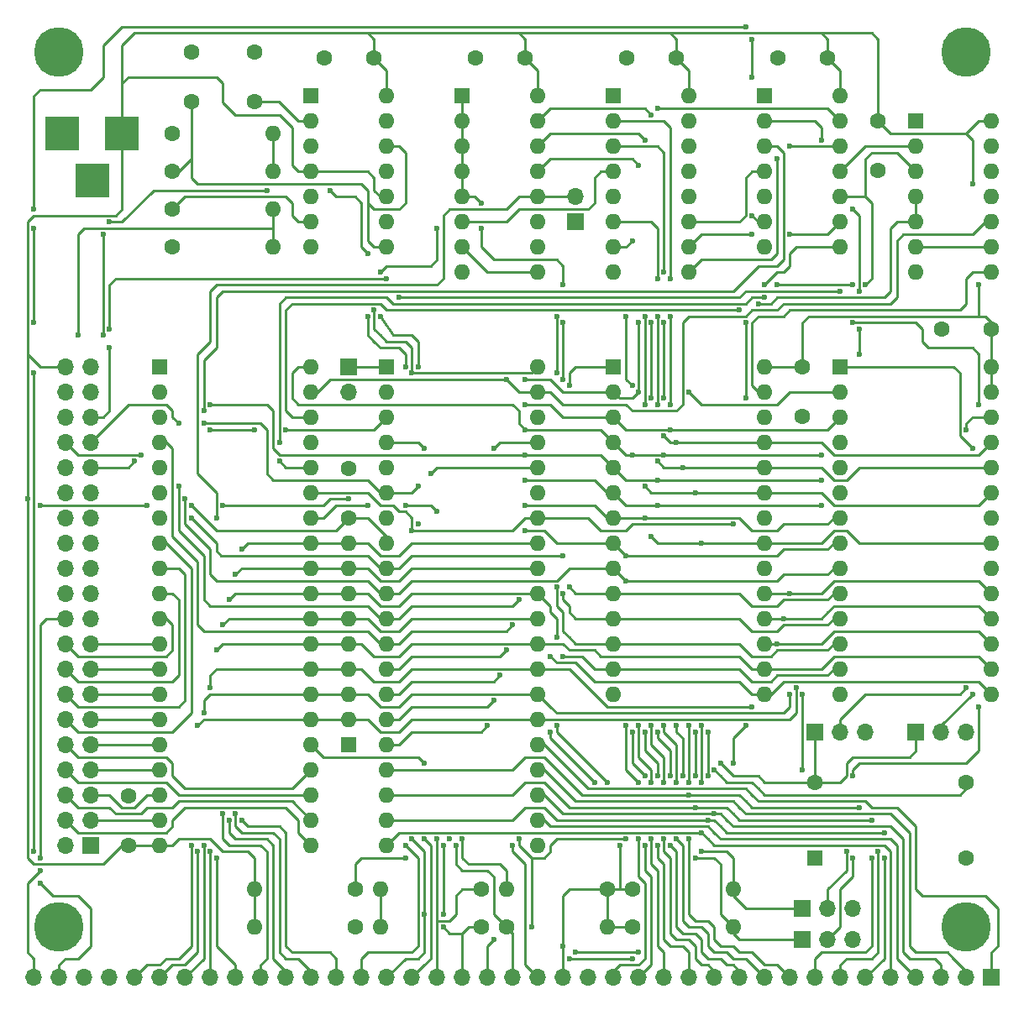
<source format=gtl>
G04 #@! TF.FileFunction,Copper,L1,Top,Signal*
%FSLAX46Y46*%
G04 Gerber Fmt 4.6, Leading zero omitted, Abs format (unit mm)*
G04 Created by KiCad (PCBNEW 4.0.7) date 09/08/19 13:10:50*
%MOMM*%
%LPD*%
G01*
G04 APERTURE LIST*
%ADD10C,0.100000*%
%ADD11R,1.700000X1.700000*%
%ADD12O,1.700000X1.700000*%
%ADD13R,3.500000X3.500000*%
%ADD14C,5.000000*%
%ADD15C,1.600000*%
%ADD16O,1.600000X1.600000*%
%ADD17R,1.600000X1.600000*%
%ADD18C,0.600000*%
%ADD19C,0.250000*%
G04 APERTURE END LIST*
D10*
D11*
X198120000Y-145415000D03*
D12*
X195580000Y-145415000D03*
X193040000Y-145415000D03*
X190500000Y-145415000D03*
X187960000Y-145415000D03*
X185420000Y-145415000D03*
X182880000Y-145415000D03*
X180340000Y-145415000D03*
X177800000Y-145415000D03*
X175260000Y-145415000D03*
X172720000Y-145415000D03*
X170180000Y-145415000D03*
X167640000Y-145415000D03*
X165100000Y-145415000D03*
X162560000Y-145415000D03*
X160020000Y-145415000D03*
X157480000Y-145415000D03*
X154940000Y-145415000D03*
X152400000Y-145415000D03*
X149860000Y-145415000D03*
X147320000Y-145415000D03*
X144780000Y-145415000D03*
X142240000Y-145415000D03*
X139700000Y-145415000D03*
X137160000Y-145415000D03*
X134620000Y-145415000D03*
X132080000Y-145415000D03*
X129540000Y-145415000D03*
X127000000Y-145415000D03*
X124460000Y-145415000D03*
X121920000Y-145415000D03*
X119380000Y-145415000D03*
X116840000Y-145415000D03*
X114300000Y-145415000D03*
X111760000Y-145415000D03*
X109220000Y-145415000D03*
X106680000Y-145415000D03*
X104140000Y-145415000D03*
X101600000Y-145415000D03*
D11*
X107315000Y-132080000D03*
D12*
X104775000Y-132080000D03*
X107315000Y-129540000D03*
X104775000Y-129540000D03*
X107315000Y-127000000D03*
X104775000Y-127000000D03*
X107315000Y-124460000D03*
X104775000Y-124460000D03*
X107315000Y-121920000D03*
X104775000Y-121920000D03*
X107315000Y-119380000D03*
X104775000Y-119380000D03*
X107315000Y-116840000D03*
X104775000Y-116840000D03*
X107315000Y-114300000D03*
X104775000Y-114300000D03*
X107315000Y-111760000D03*
X104775000Y-111760000D03*
X107315000Y-109220000D03*
X104775000Y-109220000D03*
X107315000Y-106680000D03*
X104775000Y-106680000D03*
X107315000Y-104140000D03*
X104775000Y-104140000D03*
X107315000Y-101600000D03*
X104775000Y-101600000D03*
X107315000Y-99060000D03*
X104775000Y-99060000D03*
X107315000Y-96520000D03*
X104775000Y-96520000D03*
X107315000Y-93980000D03*
X104775000Y-93980000D03*
X107315000Y-91440000D03*
X104775000Y-91440000D03*
X107315000Y-88900000D03*
X104775000Y-88900000D03*
X107315000Y-86360000D03*
X104775000Y-86360000D03*
X107315000Y-83820000D03*
X104775000Y-83820000D03*
D13*
X110490000Y-60325000D03*
X104490000Y-60325000D03*
X107490000Y-65025000D03*
D14*
X104140000Y-140335000D03*
X195580000Y-140335000D03*
X195580000Y-52070000D03*
X104140000Y-52070000D03*
D15*
X133350000Y-99060000D03*
X133350000Y-94060000D03*
X179070000Y-83820000D03*
X179070000Y-88820000D03*
X198120000Y-80010000D03*
X193120000Y-80010000D03*
X111125000Y-132080000D03*
X111125000Y-127080000D03*
X181610000Y-52705000D03*
X176610000Y-52705000D03*
X135890000Y-52705000D03*
X130890000Y-52705000D03*
X151130000Y-52705000D03*
X146130000Y-52705000D03*
X166370000Y-52705000D03*
X161370000Y-52705000D03*
X186690000Y-59055000D03*
X186690000Y-64055000D03*
X123825000Y-52070000D03*
X123825000Y-57070000D03*
X117475000Y-52070000D03*
X117475000Y-57070000D03*
D11*
X133350000Y-83820000D03*
D12*
X133350000Y-86360000D03*
D11*
X156210000Y-69215000D03*
D12*
X156210000Y-66675000D03*
D15*
X133985000Y-140335000D03*
D16*
X123825000Y-140335000D03*
D15*
X146685000Y-140335000D03*
D16*
X136525000Y-140335000D03*
D15*
X133985000Y-136525000D03*
D16*
X123825000Y-136525000D03*
D15*
X161925000Y-136525000D03*
D16*
X172085000Y-136525000D03*
D15*
X159385000Y-136525000D03*
D16*
X149225000Y-136525000D03*
D15*
X146685000Y-136525000D03*
D16*
X136525000Y-136525000D03*
D15*
X149225000Y-140335000D03*
D16*
X159385000Y-140335000D03*
D15*
X161925000Y-140335000D03*
D16*
X172085000Y-140335000D03*
D15*
X115570000Y-67945000D03*
D16*
X125730000Y-67945000D03*
D15*
X115570000Y-64135000D03*
D16*
X125730000Y-64135000D03*
D15*
X115570000Y-71755000D03*
D16*
X125730000Y-71755000D03*
D15*
X115570000Y-60325000D03*
D16*
X125730000Y-60325000D03*
D17*
X137160000Y-83820000D03*
D16*
X152400000Y-132080000D03*
X137160000Y-86360000D03*
X152400000Y-129540000D03*
X137160000Y-88900000D03*
X152400000Y-127000000D03*
X137160000Y-91440000D03*
X152400000Y-124460000D03*
X137160000Y-93980000D03*
X152400000Y-121920000D03*
X137160000Y-96520000D03*
X152400000Y-119380000D03*
X137160000Y-99060000D03*
X152400000Y-116840000D03*
X137160000Y-101600000D03*
X152400000Y-114300000D03*
X137160000Y-104140000D03*
X152400000Y-111760000D03*
X137160000Y-106680000D03*
X152400000Y-109220000D03*
X137160000Y-109220000D03*
X152400000Y-106680000D03*
X137160000Y-111760000D03*
X152400000Y-104140000D03*
X137160000Y-114300000D03*
X152400000Y-101600000D03*
X137160000Y-116840000D03*
X152400000Y-99060000D03*
X137160000Y-119380000D03*
X152400000Y-96520000D03*
X137160000Y-121920000D03*
X152400000Y-93980000D03*
X137160000Y-124460000D03*
X152400000Y-91440000D03*
X137160000Y-127000000D03*
X152400000Y-88900000D03*
X137160000Y-129540000D03*
X152400000Y-86360000D03*
X137160000Y-132080000D03*
X152400000Y-83820000D03*
D17*
X114300000Y-83820000D03*
D16*
X129540000Y-132080000D03*
X114300000Y-86360000D03*
X129540000Y-129540000D03*
X114300000Y-88900000D03*
X129540000Y-127000000D03*
X114300000Y-91440000D03*
X129540000Y-124460000D03*
X114300000Y-93980000D03*
X129540000Y-121920000D03*
X114300000Y-96520000D03*
X129540000Y-119380000D03*
X114300000Y-99060000D03*
X129540000Y-116840000D03*
X114300000Y-101600000D03*
X129540000Y-114300000D03*
X114300000Y-104140000D03*
X129540000Y-111760000D03*
X114300000Y-106680000D03*
X129540000Y-109220000D03*
X114300000Y-109220000D03*
X129540000Y-106680000D03*
X114300000Y-111760000D03*
X129540000Y-104140000D03*
X114300000Y-114300000D03*
X129540000Y-101600000D03*
X114300000Y-116840000D03*
X129540000Y-99060000D03*
X114300000Y-119380000D03*
X129540000Y-96520000D03*
X114300000Y-121920000D03*
X129540000Y-93980000D03*
X114300000Y-124460000D03*
X129540000Y-91440000D03*
X114300000Y-127000000D03*
X129540000Y-88900000D03*
X114300000Y-129540000D03*
X129540000Y-86360000D03*
X114300000Y-132080000D03*
X129540000Y-83820000D03*
D17*
X175260000Y-56515000D03*
D16*
X182880000Y-71755000D03*
X175260000Y-59055000D03*
X182880000Y-69215000D03*
X175260000Y-61595000D03*
X182880000Y-66675000D03*
X175260000Y-64135000D03*
X182880000Y-64135000D03*
X175260000Y-66675000D03*
X182880000Y-61595000D03*
X175260000Y-69215000D03*
X182880000Y-59055000D03*
X175260000Y-71755000D03*
X182880000Y-56515000D03*
D17*
X129540000Y-56515000D03*
D16*
X137160000Y-71755000D03*
X129540000Y-59055000D03*
X137160000Y-69215000D03*
X129540000Y-61595000D03*
X137160000Y-66675000D03*
X129540000Y-64135000D03*
X137160000Y-64135000D03*
X129540000Y-66675000D03*
X137160000Y-61595000D03*
X129540000Y-69215000D03*
X137160000Y-59055000D03*
X129540000Y-71755000D03*
X137160000Y-56515000D03*
D17*
X144780000Y-56515000D03*
D16*
X152400000Y-74295000D03*
X144780000Y-59055000D03*
X152400000Y-71755000D03*
X144780000Y-61595000D03*
X152400000Y-69215000D03*
X144780000Y-64135000D03*
X152400000Y-66675000D03*
X144780000Y-66675000D03*
X152400000Y-64135000D03*
X144780000Y-69215000D03*
X152400000Y-61595000D03*
X144780000Y-71755000D03*
X152400000Y-59055000D03*
X144780000Y-74295000D03*
X152400000Y-56515000D03*
D17*
X160020000Y-56515000D03*
D16*
X167640000Y-74295000D03*
X160020000Y-59055000D03*
X167640000Y-71755000D03*
X160020000Y-61595000D03*
X167640000Y-69215000D03*
X160020000Y-64135000D03*
X167640000Y-66675000D03*
X160020000Y-66675000D03*
X167640000Y-64135000D03*
X160020000Y-69215000D03*
X167640000Y-61595000D03*
X160020000Y-71755000D03*
X167640000Y-59055000D03*
X160020000Y-74295000D03*
X167640000Y-56515000D03*
D17*
X190500000Y-59055000D03*
D16*
X198120000Y-74295000D03*
X190500000Y-61595000D03*
X198120000Y-71755000D03*
X190500000Y-64135000D03*
X198120000Y-69215000D03*
X190500000Y-66675000D03*
X198120000Y-66675000D03*
X190500000Y-69215000D03*
X198120000Y-64135000D03*
X190500000Y-71755000D03*
X198120000Y-61595000D03*
X190500000Y-74295000D03*
X198120000Y-59055000D03*
D17*
X180340000Y-133350000D03*
D15*
X180340000Y-125730000D03*
X195580000Y-125730000D03*
X195580000Y-133350000D03*
D17*
X160020000Y-83820000D03*
D16*
X175260000Y-116840000D03*
X160020000Y-86360000D03*
X175260000Y-114300000D03*
X160020000Y-88900000D03*
X175260000Y-111760000D03*
X160020000Y-91440000D03*
X175260000Y-109220000D03*
X160020000Y-93980000D03*
X175260000Y-106680000D03*
X160020000Y-96520000D03*
X175260000Y-104140000D03*
X160020000Y-99060000D03*
X175260000Y-101600000D03*
X160020000Y-101600000D03*
X175260000Y-99060000D03*
X160020000Y-104140000D03*
X175260000Y-96520000D03*
X160020000Y-106680000D03*
X175260000Y-93980000D03*
X160020000Y-109220000D03*
X175260000Y-91440000D03*
X160020000Y-111760000D03*
X175260000Y-88900000D03*
X160020000Y-114300000D03*
X175260000Y-86360000D03*
X160020000Y-116840000D03*
X175260000Y-83820000D03*
D17*
X182880000Y-83820000D03*
D16*
X198120000Y-116840000D03*
X182880000Y-86360000D03*
X198120000Y-114300000D03*
X182880000Y-88900000D03*
X198120000Y-111760000D03*
X182880000Y-91440000D03*
X198120000Y-109220000D03*
X182880000Y-93980000D03*
X198120000Y-106680000D03*
X182880000Y-96520000D03*
X198120000Y-104140000D03*
X182880000Y-99060000D03*
X198120000Y-101600000D03*
X182880000Y-101600000D03*
X198120000Y-99060000D03*
X182880000Y-104140000D03*
X198120000Y-96520000D03*
X182880000Y-106680000D03*
X198120000Y-93980000D03*
X182880000Y-109220000D03*
X198120000Y-91440000D03*
X182880000Y-111760000D03*
X198120000Y-88900000D03*
X182880000Y-114300000D03*
X198120000Y-86360000D03*
X182880000Y-116840000D03*
X198120000Y-83820000D03*
D17*
X133350000Y-121920000D03*
D16*
X133350000Y-119380000D03*
X133350000Y-116840000D03*
X133350000Y-114300000D03*
X133350000Y-111760000D03*
X133350000Y-109220000D03*
X133350000Y-106680000D03*
X133350000Y-104140000D03*
X133350000Y-101600000D03*
D11*
X179070000Y-138430000D03*
D12*
X181610000Y-138430000D03*
X184150000Y-138430000D03*
D11*
X179070000Y-141605000D03*
D12*
X181610000Y-141605000D03*
X184150000Y-141605000D03*
D11*
X180340000Y-120650000D03*
D12*
X182880000Y-120650000D03*
X185420000Y-120650000D03*
D11*
X190500000Y-120650000D03*
D12*
X193040000Y-120650000D03*
X195580000Y-120650000D03*
D18*
X102235000Y-97790000D03*
X113030000Y-97790000D03*
X117475000Y-97790000D03*
X100965000Y-97155000D03*
X160655000Y-132080000D03*
X170815000Y-123825000D03*
X154940000Y-142240000D03*
X196215000Y-65405000D03*
X196850000Y-75565000D03*
X155575000Y-85725000D03*
X170180000Y-128905000D03*
X172085000Y-123825000D03*
X173355000Y-120015000D03*
X162560000Y-86360000D03*
X167640000Y-86360000D03*
X151130000Y-85090000D03*
X162560000Y-63500000D03*
X162560000Y-79375000D03*
X163195000Y-78740000D03*
X163195000Y-87630000D03*
X163195000Y-95885000D03*
X163195000Y-60960000D03*
X168910000Y-120015000D03*
X168910000Y-125730000D03*
X168275000Y-96520000D03*
X168910000Y-130810000D03*
X187325000Y-130810000D03*
X163830000Y-58420000D03*
X168910000Y-101600000D03*
X169545000Y-129540000D03*
X169545000Y-125095000D03*
X169545000Y-120650000D03*
X163830000Y-79375000D03*
X163830000Y-86995000D03*
X163830000Y-100965000D03*
X187325000Y-133350000D03*
X186055000Y-129540000D03*
X167005000Y-93980000D03*
X168275000Y-128270000D03*
X168275000Y-125095000D03*
X168275000Y-120650000D03*
X164465000Y-74930000D03*
X164465000Y-78740000D03*
X164465000Y-87630000D03*
X164465000Y-93345000D03*
X186690000Y-132715000D03*
X165100000Y-79375000D03*
X165100000Y-86995000D03*
X165100000Y-90805000D03*
X165100000Y-74295000D03*
X166370000Y-91440000D03*
X184785000Y-128270000D03*
X167640000Y-127000000D03*
X167640000Y-125730000D03*
X167640000Y-120015000D03*
X186055000Y-133350000D03*
X167640000Y-131445000D03*
X166370000Y-120015000D03*
X167005000Y-125095000D03*
X165735000Y-74930000D03*
X165735000Y-78740000D03*
X165735000Y-87630000D03*
X165735000Y-90170000D03*
X147320000Y-120015000D03*
X151130000Y-87630000D03*
X161925000Y-92710000D03*
X161290000Y-78740000D03*
X161925000Y-85725000D03*
X165100000Y-120015000D03*
X165100000Y-92710000D03*
X166370000Y-125730000D03*
X166370000Y-131445000D03*
X147955000Y-117475000D03*
X151130000Y-90170000D03*
X180975000Y-92710000D03*
X119380000Y-87630000D03*
X164465000Y-120650000D03*
X164465000Y-95250000D03*
X165735000Y-125095000D03*
X165735000Y-132080000D03*
X148590000Y-114935000D03*
X151130000Y-92710000D03*
X180975000Y-95250000D03*
X165100000Y-131445000D03*
X165100000Y-125730000D03*
X163830000Y-120015000D03*
X164465000Y-97790000D03*
X184785000Y-82550000D03*
X184785000Y-80010000D03*
X184785000Y-76200000D03*
X184150000Y-67945000D03*
X180975000Y-60960000D03*
X149225000Y-112395000D03*
X151130000Y-95250000D03*
X180975000Y-97790000D03*
X164465000Y-132080000D03*
X164465000Y-125095000D03*
X163195000Y-120650000D03*
X163195000Y-99060000D03*
X151130000Y-97790000D03*
X149860000Y-109855000D03*
X116205000Y-95885000D03*
X163830000Y-131445000D03*
X163830000Y-125730000D03*
X162560000Y-120015000D03*
X161290000Y-102870000D03*
X150495000Y-107315000D03*
X151130000Y-100330000D03*
X163195000Y-132080000D03*
X163195000Y-125095000D03*
X161925000Y-120650000D03*
X161290000Y-105410000D03*
X116840000Y-97155000D03*
X162560000Y-131445000D03*
X161290000Y-120015000D03*
X162560000Y-125730000D03*
X154940000Y-102870000D03*
X155575000Y-106045000D03*
X117475000Y-99060000D03*
X149860000Y-132080000D03*
X149225000Y-85090000D03*
X139700000Y-84455000D03*
X144145000Y-132080000D03*
X142240000Y-98425000D03*
X139065000Y-97790000D03*
X135255000Y-97790000D03*
X135890000Y-78105000D03*
X170180000Y-124460000D03*
X161290000Y-131445000D03*
X150495000Y-131445000D03*
X147955000Y-92075000D03*
X151765000Y-140335000D03*
X147955000Y-141605000D03*
X142875000Y-132080000D03*
X142875000Y-139065000D03*
X142875000Y-140335000D03*
X140970000Y-92075000D03*
X140970000Y-123825000D03*
X116205000Y-89535000D03*
X118745000Y-89535000D03*
X139065000Y-83820000D03*
X135255000Y-72390000D03*
X131445000Y-66040000D03*
X135255000Y-78740000D03*
X140335000Y-95885000D03*
X142240000Y-131445000D03*
X140335000Y-99695000D03*
X172085000Y-99695000D03*
X173355000Y-79375000D03*
X173355000Y-86995000D03*
X174625000Y-77470000D03*
X140970000Y-131445000D03*
X139700000Y-100330000D03*
X140970000Y-139065000D03*
X139700000Y-131445000D03*
X112395000Y-92710000D03*
X133350000Y-97155000D03*
X120650000Y-97790000D03*
X139065000Y-132080000D03*
X154940000Y-106680000D03*
X122555000Y-129540000D03*
X122555000Y-102235000D03*
X154305000Y-106045000D03*
X121920000Y-128905000D03*
X121920000Y-104775000D03*
X154305000Y-111125000D03*
X154940000Y-113030000D03*
X121285000Y-129540000D03*
X121285000Y-107315000D03*
X153670000Y-113030000D03*
X120650000Y-128905000D03*
X120650000Y-109855000D03*
X120015000Y-133350000D03*
X120015000Y-112395000D03*
X119380000Y-132715000D03*
X176530000Y-111760000D03*
X173990000Y-118110000D03*
X119380000Y-116205000D03*
X118745000Y-132080000D03*
X177165000Y-109220000D03*
X177800000Y-116840000D03*
X118745000Y-118745000D03*
X118110000Y-132715000D03*
X177800000Y-106680000D03*
X178435000Y-116205000D03*
X118110000Y-120015000D03*
X117475000Y-132080000D03*
X120015000Y-99060000D03*
X179070000Y-124460000D03*
X183515000Y-132715000D03*
X179070000Y-116840000D03*
X136525000Y-78740000D03*
X136525000Y-74295000D03*
X144780000Y-131445000D03*
X140335000Y-83820000D03*
X142240000Y-69850000D03*
X109220000Y-81915000D03*
X109220000Y-80010000D03*
X196850000Y-118110000D03*
X184150000Y-133350000D03*
X184150000Y-125095000D03*
X184150000Y-79375000D03*
X182880000Y-76200000D03*
X137160000Y-74930000D03*
X138430000Y-76835000D03*
X196850000Y-87630000D03*
X101600000Y-67945000D03*
X101600000Y-69850000D03*
X101600000Y-79375000D03*
X101600000Y-84455000D03*
X173990000Y-68580000D03*
X173990000Y-54610000D03*
X173990000Y-50800000D03*
X173355000Y-49530000D03*
X102235000Y-135890000D03*
X101600000Y-132715000D03*
X108585000Y-70485000D03*
X109220000Y-69215000D03*
X125095000Y-66040000D03*
X108585000Y-80645000D03*
X106045000Y-80645000D03*
X143510000Y-131445000D03*
X141605000Y-94615000D03*
X139065000Y-133350000D03*
X118745000Y-88265000D03*
X185420000Y-75565000D03*
X184150000Y-75565000D03*
X176530000Y-75565000D03*
X175260000Y-76835000D03*
X126365000Y-91440000D03*
X126365000Y-93345000D03*
X175260000Y-75565000D03*
X172720000Y-78105000D03*
X173990000Y-70485000D03*
X177800000Y-70485000D03*
X177800000Y-61595000D03*
X176530000Y-62865000D03*
X102235000Y-133350000D03*
X102235000Y-134620000D03*
X123825000Y-90170000D03*
X119380000Y-90170000D03*
X111760000Y-93345000D03*
X127000000Y-90170000D03*
X161925000Y-143510000D03*
X155575000Y-143510000D03*
X156210000Y-142875000D03*
X162560000Y-142875000D03*
X146685000Y-69850000D03*
X146685000Y-67310000D03*
X168910000Y-132715000D03*
X159385000Y-125730000D03*
X154940000Y-85090000D03*
X154305000Y-120015000D03*
X154940000Y-75565000D03*
X154940000Y-79375000D03*
X152400000Y-74295000D03*
X154305000Y-84455000D03*
X168275000Y-133350000D03*
X153670000Y-120650000D03*
X158115000Y-125730000D03*
X154305000Y-78740000D03*
X161925000Y-71120000D03*
X164465000Y-57785000D03*
X195580000Y-116205000D03*
X195580000Y-90170000D03*
X196215000Y-116840000D03*
X196215000Y-92075000D03*
D19*
X186690000Y-59055000D02*
X187960000Y-60325000D01*
X186690000Y-59055000D02*
X186690000Y-57785000D01*
X186690000Y-50800000D02*
X186055000Y-50165000D01*
X186055000Y-50165000D02*
X180975000Y-50165000D01*
X186690000Y-57785000D02*
X186690000Y-50800000D01*
X123825000Y-135255000D02*
X123825000Y-133350000D01*
X119380000Y-131445000D02*
X117475000Y-131445000D01*
X120650000Y-132715000D02*
X119380000Y-131445000D01*
X123190000Y-132715000D02*
X120650000Y-132715000D01*
X123825000Y-133350000D02*
X123190000Y-132715000D01*
X111125000Y-132080000D02*
X110490000Y-132080000D01*
X110490000Y-132080000D02*
X108585000Y-133985000D01*
X116205000Y-131445000D02*
X115570000Y-132080000D01*
X116205000Y-131445000D02*
X117475000Y-131445000D01*
X115570000Y-132080000D02*
X114300000Y-132080000D01*
X114300000Y-132080000D02*
X114935000Y-132080000D01*
X118110000Y-98425000D02*
X120015000Y-100330000D01*
X102235000Y-97790000D02*
X113030000Y-97790000D01*
X118110000Y-98425000D02*
X117475000Y-97790000D01*
X120015000Y-100330000D02*
X122555000Y-100330000D01*
X180340000Y-125730000D02*
X182880000Y-125730000D01*
X183515000Y-123825000D02*
X184150000Y-123190000D01*
X183515000Y-125095000D02*
X183515000Y-123825000D01*
X182880000Y-125730000D02*
X183515000Y-125095000D01*
X180340000Y-123190000D02*
X180340000Y-125730000D01*
X174625000Y-125095000D02*
X175260000Y-125730000D01*
X172085000Y-125095000D02*
X174625000Y-125095000D01*
X160655000Y-132080000D02*
X160655000Y-136525000D01*
X170815000Y-123825000D02*
X172085000Y-125095000D01*
X175260000Y-125730000D02*
X180340000Y-125730000D01*
X184150000Y-123190000D02*
X189865000Y-123190000D01*
X190500000Y-122555000D02*
X190500000Y-120650000D01*
X190500000Y-122555000D02*
X189865000Y-123190000D01*
X180340000Y-123190000D02*
X180340000Y-120650000D01*
X154940000Y-145415000D02*
X154940000Y-142240000D01*
X154940000Y-142240000D02*
X154940000Y-137160000D01*
X155575000Y-136525000D02*
X159385000Y-136525000D01*
X154940000Y-137160000D02*
X155575000Y-136525000D01*
X159385000Y-140335000D02*
X161925000Y-140335000D01*
X161925000Y-136525000D02*
X160655000Y-136525000D01*
X160655000Y-136525000D02*
X159385000Y-136525000D01*
X102870000Y-133985000D02*
X101600000Y-133985000D01*
X108585000Y-133985000D02*
X102870000Y-133985000D01*
X101600000Y-133985000D02*
X100965000Y-133350000D01*
X198120000Y-86360000D02*
X198120000Y-83820000D01*
X122555000Y-100330000D02*
X123190000Y-100330000D01*
X132080000Y-100330000D02*
X123190000Y-100330000D01*
X133350000Y-99060000D02*
X132080000Y-100330000D01*
X133350000Y-99060000D02*
X135255000Y-99060000D01*
X135255000Y-99060000D02*
X137160000Y-100965000D01*
X137160000Y-100965000D02*
X137160000Y-101600000D01*
X104775000Y-83820000D02*
X102235000Y-83820000D01*
X102235000Y-83820000D02*
X100965000Y-82550000D01*
X196850000Y-78740000D02*
X196850000Y-75565000D01*
X159385000Y-140335000D02*
X159385000Y-136525000D01*
X136525000Y-136525000D02*
X136525000Y-140335000D01*
X123825000Y-136525000D02*
X123825000Y-140335000D01*
X198120000Y-59055000D02*
X196850000Y-59055000D01*
X196850000Y-59055000D02*
X195580000Y-60325000D01*
X195580000Y-60325000D02*
X196215000Y-60960000D01*
X196215000Y-60960000D02*
X196215000Y-65405000D01*
X198120000Y-80010000D02*
X198120000Y-79375000D01*
X198120000Y-79375000D02*
X197485000Y-78740000D01*
X197485000Y-78740000D02*
X196850000Y-78740000D01*
X196850000Y-78740000D02*
X196215000Y-78740000D01*
X179070000Y-79375000D02*
X179070000Y-83820000D01*
X196215000Y-78740000D02*
X179705000Y-78740000D01*
X179705000Y-78740000D02*
X179070000Y-79375000D01*
X111125000Y-132080000D02*
X114300000Y-132080000D01*
X123825000Y-135255000D02*
X123825000Y-136525000D01*
X102235000Y-68580000D02*
X101600000Y-68580000D01*
X100965000Y-69215000D02*
X100965000Y-69850000D01*
X101600000Y-68580000D02*
X100965000Y-69215000D01*
X100965000Y-80010000D02*
X100965000Y-69850000D01*
X102235000Y-68580000D02*
X106045000Y-68580000D01*
X106045000Y-68580000D02*
X109855000Y-68580000D01*
X110490000Y-67945000D02*
X110490000Y-60325000D01*
X109855000Y-68580000D02*
X110490000Y-67945000D01*
X100965000Y-82550000D02*
X100965000Y-80010000D01*
X100965000Y-85090000D02*
X100965000Y-82550000D01*
X100965000Y-133350000D02*
X100965000Y-130175000D01*
X100965000Y-130175000D02*
X100965000Y-97155000D01*
X100965000Y-97155000D02*
X100965000Y-85090000D01*
X130810000Y-64135000D02*
X135255000Y-64135000D01*
X135890000Y-66040000D02*
X136525000Y-66675000D01*
X135890000Y-64770000D02*
X135890000Y-66040000D01*
X135255000Y-64135000D02*
X135890000Y-64770000D01*
X136525000Y-66675000D02*
X137160000Y-66675000D01*
X198120000Y-80010000D02*
X198120000Y-83820000D01*
X187960000Y-60325000D02*
X195580000Y-60325000D01*
X130810000Y-64135000D02*
X129540000Y-64135000D01*
X181610000Y-52705000D02*
X181610000Y-50800000D01*
X181610000Y-50800000D02*
X180975000Y-50165000D01*
X180975000Y-50165000D02*
X165735000Y-50165000D01*
X182880000Y-56515000D02*
X182880000Y-53975000D01*
X182880000Y-53975000D02*
X181610000Y-52705000D01*
X150495000Y-50165000D02*
X165735000Y-50165000D01*
X166370000Y-50800000D02*
X166370000Y-52705000D01*
X165735000Y-50165000D02*
X166370000Y-50800000D01*
X135890000Y-50165000D02*
X150495000Y-50165000D01*
X135255000Y-50165000D02*
X135890000Y-50165000D01*
X151130000Y-50800000D02*
X151130000Y-52705000D01*
X150495000Y-50165000D02*
X151130000Y-50800000D01*
X135890000Y-52705000D02*
X135890000Y-50800000D01*
X135890000Y-50800000D02*
X135255000Y-50165000D01*
X110490000Y-55245000D02*
X110490000Y-51435000D01*
X110490000Y-51435000D02*
X111760000Y-50165000D01*
X111760000Y-50165000D02*
X135255000Y-50165000D01*
X129540000Y-64135000D02*
X128270000Y-64135000D01*
X110490000Y-55245000D02*
X110490000Y-60325000D01*
X111125000Y-54610000D02*
X110490000Y-55245000D01*
X120015000Y-54610000D02*
X111125000Y-54610000D01*
X120650000Y-55245000D02*
X120015000Y-54610000D01*
X120650000Y-57150000D02*
X120650000Y-55245000D01*
X121920000Y-58420000D02*
X120650000Y-57150000D01*
X126365000Y-58420000D02*
X121920000Y-58420000D01*
X127635000Y-59690000D02*
X126365000Y-58420000D01*
X127635000Y-63500000D02*
X127635000Y-59690000D01*
X128270000Y-64135000D02*
X127635000Y-63500000D01*
X167640000Y-56515000D02*
X167640000Y-53975000D01*
X167640000Y-53975000D02*
X166370000Y-52705000D01*
X152400000Y-56515000D02*
X152400000Y-53975000D01*
X152400000Y-53975000D02*
X151130000Y-52705000D01*
X135890000Y-52705000D02*
X137160000Y-53975000D01*
X137160000Y-53975000D02*
X137160000Y-56515000D01*
X175260000Y-83820000D02*
X179070000Y-83820000D01*
X129540000Y-69215000D02*
X128270000Y-69215000D01*
X127635000Y-67310000D02*
X127000000Y-66675000D01*
X127635000Y-68580000D02*
X127635000Y-67310000D01*
X128270000Y-69215000D02*
X127635000Y-68580000D01*
X115570000Y-67945000D02*
X116840000Y-66675000D01*
X116840000Y-66675000D02*
X127000000Y-66675000D01*
X128905000Y-69215000D02*
X129540000Y-69215000D01*
X129540000Y-59055000D02*
X128270000Y-59055000D01*
X126285000Y-57070000D02*
X123825000Y-57070000D01*
X128270000Y-59055000D02*
X126285000Y-57070000D01*
X135255000Y-67310000D02*
X135255000Y-71120000D01*
X135890000Y-71755000D02*
X137160000Y-71755000D01*
X135255000Y-71120000D02*
X135890000Y-71755000D01*
X130810000Y-65405000D02*
X134620000Y-65405000D01*
X117475000Y-64770000D02*
X118110000Y-65405000D01*
X118110000Y-65405000D02*
X130810000Y-65405000D01*
X117475000Y-62865000D02*
X117475000Y-64770000D01*
X138430000Y-61595000D02*
X137160000Y-61595000D01*
X139065000Y-62230000D02*
X138430000Y-61595000D01*
X139065000Y-67310000D02*
X139065000Y-62230000D01*
X138430000Y-67945000D02*
X139065000Y-67310000D01*
X135890000Y-67945000D02*
X138430000Y-67945000D01*
X135255000Y-67310000D02*
X135890000Y-67945000D01*
X135255000Y-66040000D02*
X135255000Y-67310000D01*
X134620000Y-65405000D02*
X135255000Y-66040000D01*
X115570000Y-64135000D02*
X116205000Y-64135000D01*
X116205000Y-64135000D02*
X117475000Y-62865000D01*
X117475000Y-62865000D02*
X117475000Y-57070000D01*
X173990000Y-127000000D02*
X174625000Y-127635000D01*
X188595000Y-128270000D02*
X190500000Y-130175000D01*
X186055000Y-128270000D02*
X188595000Y-128270000D01*
X185420000Y-127635000D02*
X186055000Y-128270000D01*
X174625000Y-127635000D02*
X185420000Y-127635000D01*
X173990000Y-127000000D02*
X173355000Y-126365000D01*
X198755000Y-138430000D02*
X198120000Y-137795000D01*
X190500000Y-136525000D02*
X190500000Y-130175000D01*
X191135000Y-137160000D02*
X190500000Y-136525000D01*
X197485000Y-137160000D02*
X191135000Y-137160000D01*
X198120000Y-137795000D02*
X197485000Y-137160000D01*
X198120000Y-143510000D02*
X198120000Y-142875000D01*
X198120000Y-142875000D02*
X198755000Y-142240000D01*
X198120000Y-145415000D02*
X198120000Y-143510000D01*
X198755000Y-142240000D02*
X198755000Y-138430000D01*
X152400000Y-121920000D02*
X153035000Y-121920000D01*
X153035000Y-121920000D02*
X157480000Y-126365000D01*
X157480000Y-126365000D02*
X173355000Y-126365000D01*
X160020000Y-83820000D02*
X156210000Y-83820000D01*
X155575000Y-84455000D02*
X155575000Y-85725000D01*
X156210000Y-83820000D02*
X155575000Y-84455000D01*
X172720000Y-128270000D02*
X173355000Y-128905000D01*
X187960000Y-128905000D02*
X189865000Y-130810000D01*
X187325000Y-128905000D02*
X187960000Y-128905000D01*
X173355000Y-128905000D02*
X187325000Y-128905000D01*
X172085000Y-127635000D02*
X172720000Y-128270000D01*
X152400000Y-124460000D02*
X153035000Y-124460000D01*
X153035000Y-124460000D02*
X156210000Y-127635000D01*
X190500000Y-142875000D02*
X193675000Y-142875000D01*
X189865000Y-142240000D02*
X190500000Y-142875000D01*
X189865000Y-130810000D02*
X189865000Y-142240000D01*
X156210000Y-127635000D02*
X172085000Y-127635000D01*
X194310000Y-143510000D02*
X193675000Y-142875000D01*
X195580000Y-144780000D02*
X194310000Y-143510000D01*
X195580000Y-144780000D02*
X195580000Y-145415000D01*
X172085000Y-121285000D02*
X172085000Y-123825000D01*
X173355000Y-120015000D02*
X172085000Y-121285000D01*
X171450000Y-129540000D02*
X172085000Y-130175000D01*
X193040000Y-145415000D02*
X193040000Y-144145000D01*
X192405000Y-143510000D02*
X193040000Y-144145000D01*
X189865000Y-143510000D02*
X192405000Y-143510000D01*
X189230000Y-142875000D02*
X189865000Y-143510000D01*
X189230000Y-131445000D02*
X189230000Y-142875000D01*
X170180000Y-128905000D02*
X170815000Y-128905000D01*
X170815000Y-128905000D02*
X171450000Y-129540000D01*
X172085000Y-130175000D02*
X187960000Y-130175000D01*
X187960000Y-130175000D02*
X189230000Y-131445000D01*
X152400000Y-127000000D02*
X153035000Y-127000000D01*
X153035000Y-127000000D02*
X154940000Y-128905000D01*
X154940000Y-128905000D02*
X170180000Y-128905000D01*
X177800000Y-86360000D02*
X182880000Y-86360000D01*
X176530000Y-87630000D02*
X177800000Y-86360000D01*
X168910000Y-87630000D02*
X176530000Y-87630000D01*
X167640000Y-86360000D02*
X168910000Y-87630000D01*
X170180000Y-130810000D02*
X170815000Y-131445000D01*
X187960000Y-131445000D02*
X188595000Y-132080000D01*
X170815000Y-131445000D02*
X187960000Y-131445000D01*
X160655000Y-86995000D02*
X160020000Y-86360000D01*
X161925000Y-86995000D02*
X160655000Y-86995000D01*
X153670000Y-62865000D02*
X161925000Y-62865000D01*
X152400000Y-64135000D02*
X153670000Y-62865000D01*
X170180000Y-130810000D02*
X169545000Y-130175000D01*
X160020000Y-86360000D02*
X154940000Y-86360000D01*
X154940000Y-86360000D02*
X153670000Y-85090000D01*
X153670000Y-85090000D02*
X151130000Y-85090000D01*
X152400000Y-129540000D02*
X153035000Y-129540000D01*
X153035000Y-129540000D02*
X153670000Y-130175000D01*
X153670000Y-130175000D02*
X169545000Y-130175000D01*
X188595000Y-143510000D02*
X190500000Y-145415000D01*
X188595000Y-132080000D02*
X188595000Y-143510000D01*
X162560000Y-85725000D02*
X162560000Y-86360000D01*
X162560000Y-86360000D02*
X161925000Y-86995000D01*
X162560000Y-85725000D02*
X162560000Y-79375000D01*
X162560000Y-63500000D02*
X161925000Y-62865000D01*
X198120000Y-96520000D02*
X196850000Y-97790000D01*
X180975000Y-96520000D02*
X175260000Y-96520000D01*
X182245000Y-97790000D02*
X180975000Y-96520000D01*
X196850000Y-97790000D02*
X182245000Y-97790000D01*
X187960000Y-132715000D02*
X187325000Y-132080000D01*
X170180000Y-132080000D02*
X169545000Y-131445000D01*
X187325000Y-132080000D02*
X170180000Y-132080000D01*
X162560000Y-60325000D02*
X163195000Y-60960000D01*
X153670000Y-60325000D02*
X162560000Y-60325000D01*
X163195000Y-95885000D02*
X163830000Y-96520000D01*
X163195000Y-78740000D02*
X163195000Y-87630000D01*
X168275000Y-96520000D02*
X163830000Y-96520000D01*
X153670000Y-60325000D02*
X152400000Y-61595000D01*
X169545000Y-131445000D02*
X168910000Y-130810000D01*
X168910000Y-120015000D02*
X168910000Y-125730000D01*
X168275000Y-96520000D02*
X175260000Y-96520000D01*
X151130000Y-130810000D02*
X138430000Y-130810000D01*
X138430000Y-130810000D02*
X137160000Y-132080000D01*
X153035000Y-130810000D02*
X168275000Y-130810000D01*
X168275000Y-130810000D02*
X168910000Y-130810000D01*
X151130000Y-130810000D02*
X153035000Y-130810000D01*
X187960000Y-132715000D02*
X187960000Y-145415000D01*
X198120000Y-101600000D02*
X184785000Y-101600000D01*
X137160000Y-129540000D02*
X149860000Y-129540000D01*
X149860000Y-129540000D02*
X151130000Y-128270000D01*
X170815000Y-130175000D02*
X171450000Y-130810000D01*
X171450000Y-130810000D02*
X187325000Y-130810000D01*
X184785000Y-101600000D02*
X183515000Y-100330000D01*
X163830000Y-58420000D02*
X163195000Y-57785000D01*
X170180000Y-129540000D02*
X170815000Y-130175000D01*
X169545000Y-120650000D02*
X169545000Y-125095000D01*
X152400000Y-59055000D02*
X153670000Y-57785000D01*
X153670000Y-57785000D02*
X163195000Y-57785000D01*
X163830000Y-100965000D02*
X164465000Y-101600000D01*
X163830000Y-79375000D02*
X163830000Y-86995000D01*
X164465000Y-101600000D02*
X168910000Y-101600000D01*
X168910000Y-101600000D02*
X175260000Y-101600000D01*
X187325000Y-142875000D02*
X187325000Y-143510000D01*
X187325000Y-142875000D02*
X187325000Y-133350000D01*
X187325000Y-143510000D02*
X185420000Y-145415000D01*
X185420000Y-145415000D02*
X185420000Y-144780000D01*
X153035000Y-128270000D02*
X154305000Y-129540000D01*
X151130000Y-128270000D02*
X153035000Y-128270000D01*
X154305000Y-129540000D02*
X169545000Y-129540000D01*
X169545000Y-129540000D02*
X170180000Y-129540000D01*
X175260000Y-101600000D02*
X180975000Y-101600000D01*
X182245000Y-100330000D02*
X183515000Y-100330000D01*
X180975000Y-101600000D02*
X182245000Y-100330000D01*
X137160000Y-127000000D02*
X149860000Y-127000000D01*
X149860000Y-127000000D02*
X151130000Y-125730000D01*
X172085000Y-128905000D02*
X172720000Y-129540000D01*
X172720000Y-129540000D02*
X186055000Y-129540000D01*
X185420000Y-93980000D02*
X184785000Y-93980000D01*
X184785000Y-93980000D02*
X183515000Y-95250000D01*
X198120000Y-93980000D02*
X185420000Y-93980000D01*
X171450000Y-128270000D02*
X172085000Y-128905000D01*
X168275000Y-120650000D02*
X168275000Y-125095000D01*
X160020000Y-69215000D02*
X163830000Y-69215000D01*
X163830000Y-69215000D02*
X164465000Y-69850000D01*
X164465000Y-69850000D02*
X164465000Y-74930000D01*
X164465000Y-78740000D02*
X164465000Y-87630000D01*
X164465000Y-93345000D02*
X165100000Y-93980000D01*
X165100000Y-93980000D02*
X167005000Y-93980000D01*
X167005000Y-93980000D02*
X175260000Y-93980000D01*
X153035000Y-125730000D02*
X155575000Y-128270000D01*
X151130000Y-125730000D02*
X153035000Y-125730000D01*
X182880000Y-144145000D02*
X183515000Y-143510000D01*
X183515000Y-143510000D02*
X186055000Y-143510000D01*
X186055000Y-143510000D02*
X186690000Y-142875000D01*
X186690000Y-142875000D02*
X186690000Y-132715000D01*
X182880000Y-144145000D02*
X182880000Y-145415000D01*
X186690000Y-132715000D02*
X186690000Y-132715000D01*
X155575000Y-128270000D02*
X168275000Y-128270000D01*
X168275000Y-128270000D02*
X171450000Y-128270000D01*
X175260000Y-93980000D02*
X180975000Y-93980000D01*
X182245000Y-95250000D02*
X183515000Y-95250000D01*
X180975000Y-93980000D02*
X182245000Y-95250000D01*
X165100000Y-79375000D02*
X165100000Y-86995000D01*
X165100000Y-90805000D02*
X165735000Y-91440000D01*
X165735000Y-91440000D02*
X166370000Y-91440000D01*
X165100000Y-62230000D02*
X165100000Y-74295000D01*
X173355000Y-127635000D02*
X173990000Y-128270000D01*
X173990000Y-128270000D02*
X184785000Y-128270000D01*
X172720000Y-127000000D02*
X173355000Y-127635000D01*
X167640000Y-120015000D02*
X167640000Y-125730000D01*
X160020000Y-61595000D02*
X164465000Y-61595000D01*
X164465000Y-61595000D02*
X165100000Y-62230000D01*
X166370000Y-91440000D02*
X175260000Y-91440000D01*
X152400000Y-123190000D02*
X153035000Y-123190000D01*
X149860000Y-124460000D02*
X151130000Y-123190000D01*
X151130000Y-123190000D02*
X152400000Y-123190000D01*
X137160000Y-124460000D02*
X149860000Y-124460000D01*
X180340000Y-143510000D02*
X180975000Y-142875000D01*
X180975000Y-142875000D02*
X185420000Y-142875000D01*
X185420000Y-142875000D02*
X186055000Y-142240000D01*
X186055000Y-142240000D02*
X186055000Y-133350000D01*
X180340000Y-143510000D02*
X180340000Y-145415000D01*
X186055000Y-133350000D02*
X186055000Y-133350000D01*
X156845000Y-127000000D02*
X167640000Y-127000000D01*
X167640000Y-127000000D02*
X172720000Y-127000000D01*
X153035000Y-123190000D02*
X156845000Y-127000000D01*
X175260000Y-91440000D02*
X180975000Y-91440000D01*
X180975000Y-91440000D02*
X182245000Y-92710000D01*
X196850000Y-92710000D02*
X198120000Y-91440000D01*
X182245000Y-92710000D02*
X196850000Y-92710000D01*
X175895000Y-144145000D02*
X176530000Y-144145000D01*
X167640000Y-139065000D02*
X168275000Y-139700000D01*
X168275000Y-139700000D02*
X169545000Y-139700000D01*
X169545000Y-139700000D02*
X170180000Y-140335000D01*
X170180000Y-140335000D02*
X170180000Y-141605000D01*
X170180000Y-141605000D02*
X170815000Y-142240000D01*
X170815000Y-142240000D02*
X172085000Y-142240000D01*
X172085000Y-142240000D02*
X172720000Y-142875000D01*
X172720000Y-142875000D02*
X173990000Y-142875000D01*
X173990000Y-142875000D02*
X175260000Y-144145000D01*
X175260000Y-144145000D02*
X175895000Y-144145000D01*
X167005000Y-121285000D02*
X166370000Y-120650000D01*
X166370000Y-120650000D02*
X166370000Y-120015000D01*
X167005000Y-125095000D02*
X167005000Y-121285000D01*
X167640000Y-131445000D02*
X167640000Y-139065000D01*
X176530000Y-144145000D02*
X177800000Y-145415000D01*
X160020000Y-88900000D02*
X154940000Y-88900000D01*
X154940000Y-88900000D02*
X153670000Y-87630000D01*
X160020000Y-59055000D02*
X165100000Y-59055000D01*
X165100000Y-59055000D02*
X165735000Y-59690000D01*
X165735000Y-59690000D02*
X165735000Y-74930000D01*
X165735000Y-78740000D02*
X165735000Y-87630000D01*
X138430000Y-121920000D02*
X137160000Y-121920000D01*
X139700000Y-120650000D02*
X138430000Y-121920000D01*
X146685000Y-120650000D02*
X139700000Y-120650000D01*
X147320000Y-120015000D02*
X146685000Y-120650000D01*
X153670000Y-87630000D02*
X151130000Y-87630000D01*
X160020000Y-88900000D02*
X161290000Y-90170000D01*
X161290000Y-90170000D02*
X165735000Y-90170000D01*
X181610000Y-90170000D02*
X182880000Y-88900000D01*
X165735000Y-90170000D02*
X181610000Y-90170000D01*
X161290000Y-85090000D02*
X161925000Y-85725000D01*
X161290000Y-85090000D02*
X161290000Y-78740000D01*
X166370000Y-121920000D02*
X165100000Y-120650000D01*
X165100000Y-120650000D02*
X165100000Y-120015000D01*
X166370000Y-125730000D02*
X166370000Y-121920000D01*
X166370000Y-131445000D02*
X167005000Y-132080000D01*
X167005000Y-138430000D02*
X167005000Y-139700000D01*
X167005000Y-132080000D02*
X167005000Y-138430000D01*
X173990000Y-144145000D02*
X175260000Y-145415000D01*
X167005000Y-139700000D02*
X167640000Y-140335000D01*
X167640000Y-140335000D02*
X168910000Y-140335000D01*
X168910000Y-140335000D02*
X169545000Y-140970000D01*
X169545000Y-140970000D02*
X169545000Y-142240000D01*
X169545000Y-142240000D02*
X170180000Y-142875000D01*
X170180000Y-142875000D02*
X171450000Y-142875000D01*
X171450000Y-142875000D02*
X172085000Y-143510000D01*
X172085000Y-143510000D02*
X173355000Y-143510000D01*
X173355000Y-143510000D02*
X173990000Y-144145000D01*
X150495000Y-89535000D02*
X150495000Y-88265000D01*
X149860000Y-87630000D02*
X148590000Y-87630000D01*
X150495000Y-88265000D02*
X149860000Y-87630000D01*
X127635000Y-86995000D02*
X128270000Y-87630000D01*
X150495000Y-89535000D02*
X151130000Y-90170000D01*
X128270000Y-87630000D02*
X148590000Y-87630000D01*
X128270000Y-83820000D02*
X129540000Y-83820000D01*
X127635000Y-84455000D02*
X128270000Y-83820000D01*
X127635000Y-86995000D02*
X127635000Y-84455000D01*
X160020000Y-91440000D02*
X158750000Y-90170000D01*
X138430000Y-119380000D02*
X137160000Y-119380000D01*
X139700000Y-118110000D02*
X138430000Y-119380000D01*
X147320000Y-118110000D02*
X139700000Y-118110000D01*
X147955000Y-117475000D02*
X147320000Y-118110000D01*
X158750000Y-90170000D02*
X151130000Y-90170000D01*
X160020000Y-91440000D02*
X161290000Y-92710000D01*
X161290000Y-92710000D02*
X161925000Y-92710000D01*
X161925000Y-92710000D02*
X165100000Y-92710000D01*
X165100000Y-92710000D02*
X180975000Y-92710000D01*
X127000000Y-92710000D02*
X126365000Y-92710000D01*
X125730000Y-92075000D02*
X125730000Y-91440000D01*
X126365000Y-92710000D02*
X125730000Y-92075000D01*
X125095000Y-87630000D02*
X125730000Y-88265000D01*
X119380000Y-87630000D02*
X125095000Y-87630000D01*
X127635000Y-92710000D02*
X151130000Y-92710000D01*
X127635000Y-92710000D02*
X127000000Y-92710000D01*
X125730000Y-91440000D02*
X125730000Y-88265000D01*
X168275000Y-140970000D02*
X168910000Y-141605000D01*
X169545000Y-143510000D02*
X170815000Y-143510000D01*
X168910000Y-142875000D02*
X169545000Y-143510000D01*
X168910000Y-141605000D02*
X168910000Y-142875000D01*
X165735000Y-132080000D02*
X166370000Y-132715000D01*
X165735000Y-122555000D02*
X164465000Y-121285000D01*
X164465000Y-121285000D02*
X164465000Y-120650000D01*
X165735000Y-125095000D02*
X165735000Y-122555000D01*
X172085000Y-144145000D02*
X172720000Y-144780000D01*
X170815000Y-143510000D02*
X171450000Y-144145000D01*
X171450000Y-144145000D02*
X172085000Y-144145000D01*
X167005000Y-140970000D02*
X168275000Y-140970000D01*
X166370000Y-140335000D02*
X167005000Y-140970000D01*
X166370000Y-132715000D02*
X166370000Y-140335000D01*
X172720000Y-144780000D02*
X172720000Y-145415000D01*
X160020000Y-93980000D02*
X158750000Y-92710000D01*
X138430000Y-116840000D02*
X137160000Y-116840000D01*
X139700000Y-115570000D02*
X138430000Y-116840000D01*
X147955000Y-115570000D02*
X139700000Y-115570000D01*
X148590000Y-114935000D02*
X147955000Y-115570000D01*
X158750000Y-92710000D02*
X151130000Y-92710000D01*
X160020000Y-93980000D02*
X161290000Y-95250000D01*
X161290000Y-95250000D02*
X164465000Y-95250000D01*
X164465000Y-95250000D02*
X180975000Y-95250000D01*
X170180000Y-145415000D02*
X170180000Y-144780000D01*
X170180000Y-144780000D02*
X169545000Y-144145000D01*
X168275000Y-142240000D02*
X167640000Y-141605000D01*
X168275000Y-143510000D02*
X168275000Y-142240000D01*
X168910000Y-144145000D02*
X168275000Y-143510000D01*
X169545000Y-144145000D02*
X168910000Y-144145000D01*
X165100000Y-125730000D02*
X165100000Y-123190000D01*
X165100000Y-123190000D02*
X163830000Y-121920000D01*
X163830000Y-121920000D02*
X163830000Y-120015000D01*
X165100000Y-132715000D02*
X165100000Y-131445000D01*
X165735000Y-133350000D02*
X165100000Y-132715000D01*
X165735000Y-140970000D02*
X165735000Y-133350000D01*
X166370000Y-141605000D02*
X165735000Y-140970000D01*
X167640000Y-141605000D02*
X166370000Y-141605000D01*
X175260000Y-59055000D02*
X180340000Y-59055000D01*
X184785000Y-82550000D02*
X184785000Y-80010000D01*
X184785000Y-68580000D02*
X184785000Y-76200000D01*
X184150000Y-67945000D02*
X184785000Y-68580000D01*
X180975000Y-59690000D02*
X180975000Y-60960000D01*
X180340000Y-59055000D02*
X180975000Y-59690000D01*
X173990000Y-97790000D02*
X164465000Y-97790000D01*
X164465000Y-97790000D02*
X161290000Y-97790000D01*
X161290000Y-97790000D02*
X160020000Y-96520000D01*
X160020000Y-96520000D02*
X159385000Y-96520000D01*
X159385000Y-96520000D02*
X158115000Y-95250000D01*
X138430000Y-114300000D02*
X137160000Y-114300000D01*
X139700000Y-113030000D02*
X138430000Y-114300000D01*
X148590000Y-113030000D02*
X139700000Y-113030000D01*
X149225000Y-112395000D02*
X148590000Y-113030000D01*
X158115000Y-95250000D02*
X151130000Y-95250000D01*
X173990000Y-97790000D02*
X180975000Y-97790000D01*
X167640000Y-145415000D02*
X167640000Y-142875000D01*
X164465000Y-125095000D02*
X164465000Y-123825000D01*
X164465000Y-123825000D02*
X163195000Y-122555000D01*
X163195000Y-122555000D02*
X163195000Y-120650000D01*
X164465000Y-133350000D02*
X164465000Y-132080000D01*
X165100000Y-133985000D02*
X164465000Y-133350000D01*
X165100000Y-141605000D02*
X165100000Y-133985000D01*
X165735000Y-142240000D02*
X165100000Y-141605000D01*
X167005000Y-142240000D02*
X165735000Y-142240000D01*
X167640000Y-142875000D02*
X167005000Y-142240000D01*
X130175000Y-110490000D02*
X135255000Y-110490000D01*
X130175000Y-110490000D02*
X118745000Y-110490000D01*
X118745000Y-110490000D02*
X118110000Y-109855000D01*
X118110000Y-109855000D02*
X118110000Y-103505000D01*
X115570000Y-92075000D02*
X115570000Y-100330000D01*
X114935000Y-91440000D02*
X115570000Y-92075000D01*
X118110000Y-103505000D02*
X116840000Y-102235000D01*
X115570000Y-100965000D02*
X115570000Y-100330000D01*
X116840000Y-102235000D02*
X115570000Y-100965000D01*
X135255000Y-110490000D02*
X136525000Y-111760000D01*
X136525000Y-111760000D02*
X137160000Y-111760000D01*
X158115000Y-97790000D02*
X151130000Y-97790000D01*
X149860000Y-109855000D02*
X149225000Y-110490000D01*
X149225000Y-110490000D02*
X139700000Y-110490000D01*
X139700000Y-110490000D02*
X138430000Y-111760000D01*
X137160000Y-111760000D02*
X138430000Y-111760000D01*
X158115000Y-97790000D02*
X159385000Y-99060000D01*
X160020000Y-99060000D02*
X159385000Y-99060000D01*
X160020000Y-99060000D02*
X163195000Y-99060000D01*
X163195000Y-99060000D02*
X172720000Y-99060000D01*
X172720000Y-99060000D02*
X173990000Y-100330000D01*
X114300000Y-91440000D02*
X114935000Y-91440000D01*
X176530000Y-100330000D02*
X177165000Y-99695000D01*
X181610000Y-99695000D02*
X182245000Y-99060000D01*
X177165000Y-99695000D02*
X181610000Y-99695000D01*
X182245000Y-99060000D02*
X182880000Y-99060000D01*
X173990000Y-100330000D02*
X176530000Y-100330000D01*
X165100000Y-145415000D02*
X165100000Y-142875000D01*
X163830000Y-125730000D02*
X163830000Y-124460000D01*
X163830000Y-124460000D02*
X162560000Y-123190000D01*
X162560000Y-123190000D02*
X162560000Y-120015000D01*
X163830000Y-133985000D02*
X163830000Y-131445000D01*
X164465000Y-134620000D02*
X163830000Y-133985000D01*
X164465000Y-142240000D02*
X164465000Y-134620000D01*
X165100000Y-142875000D02*
X164465000Y-142240000D01*
X130175000Y-107950000D02*
X135255000Y-107950000D01*
X116205000Y-99695000D02*
X116205000Y-95885000D01*
X118745000Y-107315000D02*
X118745000Y-102870000D01*
X119380000Y-107950000D02*
X118745000Y-107315000D01*
X130175000Y-107950000D02*
X119380000Y-107950000D01*
X118745000Y-102870000D02*
X117475000Y-101600000D01*
X116205000Y-100330000D02*
X117475000Y-101600000D01*
X116205000Y-99695000D02*
X116205000Y-100330000D01*
X135255000Y-107950000D02*
X136525000Y-109220000D01*
X136525000Y-109220000D02*
X137160000Y-109220000D01*
X173990000Y-102870000D02*
X161290000Y-102870000D01*
X161290000Y-102870000D02*
X160020000Y-101600000D01*
X154940000Y-101600000D02*
X154305000Y-101600000D01*
X139700000Y-107950000D02*
X138430000Y-109220000D01*
X149860000Y-107950000D02*
X139700000Y-107950000D01*
X150495000Y-107315000D02*
X149860000Y-107950000D01*
X153035000Y-100330000D02*
X151130000Y-100330000D01*
X138430000Y-109220000D02*
X137160000Y-109220000D01*
X160020000Y-101600000D02*
X154940000Y-101600000D01*
X154305000Y-101600000D02*
X153035000Y-100330000D01*
X160020000Y-101600000D02*
X159385000Y-101600000D01*
X176530000Y-102870000D02*
X177165000Y-102235000D01*
X181610000Y-102235000D02*
X182245000Y-101600000D01*
X177165000Y-102235000D02*
X181610000Y-102235000D01*
X182245000Y-101600000D02*
X182880000Y-101600000D01*
X173990000Y-102870000D02*
X176530000Y-102870000D01*
X163830000Y-141605000D02*
X163830000Y-144145000D01*
X163830000Y-144145000D02*
X162560000Y-145415000D01*
X163195000Y-125095000D02*
X161925000Y-123825000D01*
X161925000Y-123825000D02*
X161925000Y-120650000D01*
X163195000Y-134620000D02*
X163195000Y-132080000D01*
X163830000Y-135255000D02*
X163195000Y-134620000D01*
X163830000Y-141605000D02*
X163830000Y-135255000D01*
X160020000Y-104140000D02*
X155575000Y-104140000D01*
X155575000Y-104140000D02*
X154305000Y-105410000D01*
X173990000Y-105410000D02*
X161290000Y-105410000D01*
X161290000Y-105410000D02*
X160020000Y-104140000D01*
X137160000Y-106680000D02*
X138430000Y-106680000D01*
X139700000Y-105410000D02*
X154305000Y-105410000D01*
X138430000Y-106680000D02*
X139700000Y-105410000D01*
X173990000Y-105410000D02*
X176530000Y-105410000D01*
X180975000Y-104775000D02*
X177165000Y-104775000D01*
X177165000Y-104775000D02*
X176530000Y-105410000D01*
X181610000Y-104775000D02*
X180975000Y-104775000D01*
X182245000Y-104140000D02*
X181610000Y-104775000D01*
X116840000Y-99060000D02*
X116840000Y-99695000D01*
X116840000Y-99695000D02*
X118110000Y-100965000D01*
X119380000Y-102235000D02*
X118110000Y-100965000D01*
X120015000Y-105410000D02*
X119380000Y-104775000D01*
X119380000Y-104775000D02*
X119380000Y-102235000D01*
X136525000Y-106680000D02*
X135255000Y-105410000D01*
X135255000Y-105410000D02*
X127000000Y-105410000D01*
X127000000Y-105410000D02*
X120015000Y-105410000D01*
X116840000Y-99060000D02*
X116840000Y-97155000D01*
X137160000Y-106680000D02*
X136525000Y-106680000D01*
X182880000Y-104140000D02*
X182245000Y-104140000D01*
X161290000Y-144145000D02*
X162560000Y-144145000D01*
X163195000Y-143510000D02*
X163195000Y-140970000D01*
X162560000Y-144145000D02*
X163195000Y-143510000D01*
X160655000Y-144145000D02*
X160020000Y-144780000D01*
X161290000Y-144145000D02*
X160655000Y-144145000D01*
X160020000Y-144780000D02*
X160020000Y-145415000D01*
X163195000Y-140970000D02*
X163195000Y-135890000D01*
X163195000Y-135890000D02*
X162560000Y-135255000D01*
X162560000Y-135255000D02*
X162560000Y-131445000D01*
X161290000Y-124460000D02*
X161290000Y-120015000D01*
X162560000Y-125730000D02*
X161290000Y-124460000D01*
X130175000Y-102870000D02*
X135255000Y-102870000D01*
X135255000Y-102870000D02*
X136525000Y-104140000D01*
X136525000Y-104140000D02*
X137160000Y-104140000D01*
X160020000Y-106680000D02*
X156210000Y-106680000D01*
X156210000Y-106680000D02*
X155575000Y-106045000D01*
X137160000Y-104140000D02*
X138430000Y-104140000D01*
X139700000Y-102870000D02*
X154940000Y-102870000D01*
X138430000Y-104140000D02*
X139700000Y-102870000D01*
X160020000Y-106680000D02*
X172720000Y-106680000D01*
X172720000Y-106680000D02*
X173990000Y-107950000D01*
X117475000Y-99060000D02*
X120015000Y-101600000D01*
X127000000Y-102870000D02*
X120465002Y-102870000D01*
X120465002Y-102870000D02*
X120015000Y-102419998D01*
X120015000Y-102419998D02*
X120015000Y-101600000D01*
X130175000Y-102870000D02*
X127000000Y-102870000D01*
X176530000Y-107950000D02*
X177165000Y-107315000D01*
X173990000Y-107950000D02*
X176530000Y-107950000D01*
X181610000Y-107315000D02*
X182245000Y-106680000D01*
X177165000Y-107315000D02*
X181610000Y-107315000D01*
X182245000Y-106680000D02*
X182880000Y-106680000D01*
X166370000Y-88265000D02*
X167005000Y-87630000D01*
X167640000Y-78740000D02*
X172085000Y-78740000D01*
X167005000Y-79375000D02*
X167640000Y-78740000D01*
X167005000Y-87630000D02*
X167005000Y-79375000D01*
X173355000Y-78740000D02*
X172085000Y-78740000D01*
X189230000Y-70485000D02*
X188595000Y-71120000D01*
X188595000Y-71120000D02*
X188595000Y-76835000D01*
X197485000Y-69215000D02*
X196215000Y-70485000D01*
X196215000Y-70485000D02*
X189230000Y-70485000D01*
X177800000Y-77470000D02*
X177165000Y-77470000D01*
X173990000Y-78105000D02*
X173355000Y-78740000D01*
X176530000Y-78105000D02*
X173990000Y-78105000D01*
X177165000Y-77470000D02*
X176530000Y-78105000D01*
X188595000Y-76835000D02*
X187960000Y-77470000D01*
X187960000Y-77470000D02*
X177800000Y-77470000D01*
X149860000Y-132715000D02*
X149860000Y-132080000D01*
X161290000Y-87630000D02*
X161925000Y-88265000D01*
X160020000Y-87630000D02*
X161290000Y-87630000D01*
X153670000Y-86360000D02*
X154940000Y-87630000D01*
X154940000Y-87630000D02*
X160020000Y-87630000D01*
X152400000Y-86360000D02*
X153670000Y-86360000D01*
X161925000Y-88265000D02*
X166370000Y-88265000D01*
X149225000Y-85090000D02*
X150495000Y-86360000D01*
X198120000Y-69215000D02*
X197485000Y-69215000D01*
X151130000Y-144145000D02*
X152400000Y-145415000D01*
X151130000Y-139700000D02*
X151130000Y-133985000D01*
X151130000Y-133985000D02*
X150495000Y-133350000D01*
X149860000Y-132715000D02*
X150495000Y-133350000D01*
X151130000Y-139700000D02*
X151130000Y-144145000D01*
X150495000Y-86360000D02*
X151130000Y-86360000D01*
X151130000Y-86360000D02*
X152400000Y-86360000D01*
X129540000Y-86360000D02*
X130175000Y-86360000D01*
X130175000Y-86360000D02*
X131445000Y-85090000D01*
X131445000Y-85090000D02*
X149225000Y-85090000D01*
X139700000Y-84455000D02*
X151765000Y-84455000D01*
X151765000Y-84455000D02*
X152400000Y-83820000D01*
X137160000Y-81280000D02*
X136525000Y-80645000D01*
X139065000Y-81280000D02*
X137160000Y-81280000D01*
X139700000Y-81915000D02*
X139065000Y-81280000D01*
X139700000Y-84455000D02*
X139700000Y-81915000D01*
X149225000Y-140335000D02*
X147955000Y-139065000D01*
X147955000Y-135255000D02*
X147320000Y-134620000D01*
X147955000Y-139065000D02*
X147955000Y-135255000D01*
X144145000Y-133350000D02*
X144145000Y-133985000D01*
X144145000Y-133350000D02*
X144145000Y-132080000D01*
X144145000Y-133985000D02*
X144780000Y-134620000D01*
X144780000Y-134620000D02*
X147320000Y-134620000D01*
X129540000Y-99060000D02*
X130810000Y-99060000D01*
X130810000Y-99060000D02*
X132080000Y-97790000D01*
X139065000Y-97790000D02*
X141605000Y-97790000D01*
X141605000Y-97790000D02*
X142240000Y-98425000D01*
X135255000Y-97790000D02*
X132080000Y-97790000D01*
X130175000Y-99060000D02*
X129540000Y-99060000D01*
X135890000Y-80010000D02*
X135890000Y-78105000D01*
X136525000Y-80645000D02*
X135890000Y-80010000D01*
X149860000Y-145415000D02*
X149860000Y-140970000D01*
X149860000Y-140970000D02*
X149225000Y-140335000D01*
X174625000Y-126365000D02*
X175260000Y-127000000D01*
X194945000Y-127000000D02*
X195580000Y-126365000D01*
X175260000Y-127000000D02*
X194945000Y-127000000D01*
X195580000Y-126365000D02*
X195580000Y-125730000D01*
X173990000Y-125730000D02*
X174625000Y-126365000D01*
X171450000Y-125730000D02*
X173990000Y-125730000D01*
X170815000Y-125095000D02*
X171450000Y-125730000D01*
X170180000Y-124460000D02*
X170815000Y-125095000D01*
X160655000Y-131445000D02*
X154305000Y-131445000D01*
X153670000Y-132715000D02*
X153035000Y-133350000D01*
X153670000Y-132080000D02*
X153670000Y-132715000D01*
X154305000Y-131445000D02*
X153670000Y-132080000D01*
X151765000Y-133350000D02*
X153035000Y-133350000D01*
X161290000Y-131445000D02*
X160655000Y-131445000D01*
X150495000Y-132080000D02*
X150495000Y-131445000D01*
X147320000Y-145415000D02*
X147320000Y-142240000D01*
X148590000Y-91440000D02*
X152400000Y-91440000D01*
X148590000Y-91440000D02*
X147955000Y-92075000D01*
X150495000Y-132080000D02*
X151765000Y-133350000D01*
X151765000Y-133350000D02*
X151765000Y-139065000D01*
X151765000Y-139065000D02*
X151765000Y-140335000D01*
X147320000Y-142240000D02*
X147955000Y-141605000D01*
X142875000Y-133985000D02*
X142875000Y-132080000D01*
X142875000Y-134620000D02*
X142875000Y-133985000D01*
X142875000Y-134620000D02*
X142875000Y-139065000D01*
X143510000Y-140970000D02*
X144780000Y-140970000D01*
X142875000Y-140335000D02*
X143510000Y-140970000D01*
X142875000Y-140335000D02*
X142875000Y-140335000D01*
X140970000Y-92075000D02*
X140335000Y-91440000D01*
X140335000Y-91440000D02*
X137160000Y-91440000D01*
X140970000Y-123825000D02*
X140335000Y-123190000D01*
X130810000Y-123190000D02*
X129540000Y-121920000D01*
X138430000Y-123190000D02*
X140335000Y-123190000D01*
X130810000Y-123190000D02*
X138430000Y-123190000D01*
X144780000Y-145415000D02*
X144780000Y-143510000D01*
X144780000Y-143510000D02*
X144780000Y-140970000D01*
X145415000Y-140335000D02*
X146685000Y-140335000D01*
X144780000Y-140970000D02*
X145415000Y-140335000D01*
X114935000Y-87630000D02*
X115570000Y-88265000D01*
X115570000Y-88900000D02*
X116205000Y-89535000D01*
X115570000Y-88265000D02*
X115570000Y-88900000D01*
X125730000Y-95250000D02*
X125095000Y-94615000D01*
X127000000Y-95250000D02*
X125730000Y-95250000D01*
X135255000Y-95250000D02*
X127000000Y-95250000D01*
X136525000Y-96520000D02*
X135255000Y-95250000D01*
X122555000Y-89535000D02*
X118745000Y-89535000D01*
X125095000Y-94615000D02*
X125095000Y-90170000D01*
X125095000Y-90170000D02*
X124460000Y-89535000D01*
X124460000Y-89535000D02*
X122555000Y-89535000D01*
X108585000Y-90170000D02*
X111125000Y-87630000D01*
X108585000Y-90170000D02*
X107315000Y-91440000D01*
X111125000Y-87630000D02*
X114935000Y-87630000D01*
X136525000Y-81915000D02*
X135890000Y-81280000D01*
X138430000Y-81915000D02*
X136525000Y-81915000D01*
X139065000Y-82550000D02*
X138430000Y-81915000D01*
X139065000Y-83820000D02*
X139065000Y-82550000D01*
X146685000Y-136525000D02*
X144780000Y-136525000D01*
X144145000Y-137160000D02*
X144145000Y-139065000D01*
X144780000Y-136525000D02*
X144145000Y-137160000D01*
X142240000Y-139700000D02*
X143510000Y-139700000D01*
X143510000Y-139700000D02*
X144145000Y-139065000D01*
X137160000Y-96520000D02*
X136525000Y-96520000D01*
X135255000Y-72390000D02*
X134620000Y-71755000D01*
X134620000Y-71755000D02*
X134620000Y-67310000D01*
X134620000Y-67310000D02*
X133985000Y-66675000D01*
X133985000Y-66675000D02*
X132080000Y-66675000D01*
X132080000Y-66675000D02*
X131445000Y-66040000D01*
X135255000Y-80645000D02*
X135890000Y-81280000D01*
X135255000Y-78740000D02*
X135255000Y-80645000D01*
X137160000Y-96520000D02*
X139700000Y-96520000D01*
X139700000Y-96520000D02*
X140335000Y-95885000D01*
X142240000Y-131445000D02*
X142240000Y-137160000D01*
X142240000Y-145415000D02*
X142240000Y-139700000D01*
X142240000Y-139700000D02*
X142240000Y-137160000D01*
X161925000Y-99695000D02*
X161290000Y-100330000D01*
X172085000Y-99695000D02*
X161925000Y-99695000D01*
X173355000Y-82550000D02*
X173355000Y-79375000D01*
X173355000Y-86995000D02*
X173355000Y-82550000D01*
X158750000Y-100330000D02*
X161290000Y-100330000D01*
X152400000Y-99060000D02*
X157480000Y-99060000D01*
X157480000Y-99060000D02*
X158750000Y-100330000D01*
X176530000Y-76835000D02*
X177165000Y-76835000D01*
X188595000Y-69215000D02*
X190500000Y-69215000D01*
X187325000Y-76835000D02*
X177165000Y-76835000D01*
X187960000Y-76200000D02*
X187325000Y-76835000D01*
X187960000Y-69850000D02*
X187960000Y-76200000D01*
X188595000Y-69215000D02*
X187960000Y-69850000D01*
X174625000Y-77470000D02*
X175895000Y-77470000D01*
X175895000Y-77470000D02*
X176530000Y-76835000D01*
X136525000Y-97790000D02*
X137795000Y-97790000D01*
X137795000Y-97790000D02*
X138430000Y-98425000D01*
X139700000Y-99060000D02*
X139065000Y-98425000D01*
X139065000Y-98425000D02*
X138430000Y-98425000D01*
X139700000Y-100330000D02*
X139700000Y-99060000D01*
X135255000Y-96520000D02*
X136525000Y-97790000D01*
X135255000Y-96520000D02*
X129540000Y-96520000D01*
X190500000Y-66675000D02*
X190500000Y-69215000D01*
X141605000Y-133985000D02*
X141605000Y-132080000D01*
X141605000Y-132080000D02*
X140970000Y-131445000D01*
X140970000Y-144145000D02*
X141605000Y-143510000D01*
X141605000Y-143510000D02*
X141605000Y-133985000D01*
X139700000Y-145415000D02*
X140970000Y-144145000D01*
X152400000Y-99060000D02*
X151130000Y-99060000D01*
X151130000Y-99060000D02*
X149860000Y-100330000D01*
X149860000Y-100330000D02*
X139700000Y-100330000D01*
X152400000Y-99060000D02*
X153035000Y-99060000D01*
X140970000Y-133985000D02*
X140970000Y-132715000D01*
X139065000Y-143510000D02*
X140335000Y-143510000D01*
X140335000Y-143510000D02*
X140970000Y-142875000D01*
X140970000Y-142875000D02*
X140970000Y-139065000D01*
X140970000Y-139065000D02*
X140970000Y-133985000D01*
X137160000Y-145415000D02*
X139065000Y-143510000D01*
X140970000Y-132715000D02*
X139700000Y-131445000D01*
X112395000Y-92710000D02*
X106045000Y-92710000D01*
X104775000Y-91440000D02*
X106045000Y-92710000D01*
X131445000Y-97155000D02*
X130810000Y-97790000D01*
X133350000Y-97155000D02*
X131445000Y-97155000D01*
X130810000Y-97790000D02*
X127000000Y-97790000D01*
X127000000Y-97790000D02*
X123190000Y-97790000D01*
X123190000Y-97790000D02*
X120650000Y-97790000D01*
X140335000Y-133985000D02*
X140335000Y-133350000D01*
X134620000Y-143510000D02*
X135255000Y-142875000D01*
X135255000Y-142875000D02*
X139700000Y-142875000D01*
X139700000Y-142875000D02*
X140335000Y-142240000D01*
X140335000Y-142240000D02*
X140335000Y-133985000D01*
X134620000Y-145415000D02*
X134620000Y-143510000D01*
X140335000Y-133350000D02*
X139065000Y-132080000D01*
X127000000Y-132715000D02*
X127000000Y-130810000D01*
X123190000Y-130175000D02*
X122555000Y-129540000D01*
X126365000Y-130175000D02*
X123190000Y-130175000D01*
X127000000Y-130810000D02*
X126365000Y-130175000D01*
X133350000Y-101600000D02*
X135255000Y-101600000D01*
X135255000Y-101600000D02*
X136525000Y-102870000D01*
X129540000Y-101600000D02*
X133350000Y-101600000D01*
X157480000Y-109220000D02*
X156210000Y-109220000D01*
X154940000Y-107315000D02*
X154940000Y-106680000D01*
X155575000Y-107950000D02*
X154940000Y-107315000D01*
X155575000Y-108585000D02*
X155575000Y-107950000D01*
X156210000Y-109220000D02*
X155575000Y-108585000D01*
X160020000Y-109220000D02*
X157480000Y-109220000D01*
X152400000Y-101600000D02*
X139700000Y-101600000D01*
X139700000Y-101600000D02*
X138430000Y-102870000D01*
X136525000Y-102870000D02*
X138430000Y-102870000D01*
X160020000Y-109220000D02*
X165100000Y-109220000D01*
X165100000Y-109220000D02*
X172720000Y-109220000D01*
X177165000Y-109855000D02*
X181610000Y-109855000D01*
X181610000Y-109855000D02*
X182245000Y-109220000D01*
X173990000Y-110490000D02*
X176530000Y-110490000D01*
X176530000Y-110490000D02*
X177165000Y-109855000D01*
X172720000Y-109220000D02*
X173990000Y-110490000D01*
X132080000Y-143510000D02*
X131445000Y-142875000D01*
X131445000Y-142875000D02*
X127635000Y-142875000D01*
X127635000Y-142875000D02*
X127000000Y-142240000D01*
X127000000Y-142240000D02*
X127000000Y-132715000D01*
X132080000Y-145415000D02*
X132080000Y-143510000D01*
X123190000Y-101600000D02*
X129540000Y-101600000D01*
X122555000Y-102235000D02*
X123190000Y-101600000D01*
X129540000Y-101600000D02*
X130175000Y-101600000D01*
X182245000Y-109220000D02*
X182880000Y-109220000D01*
X126365000Y-133350000D02*
X126365000Y-131445000D01*
X122555000Y-130810000D02*
X121920000Y-130175000D01*
X125730000Y-130810000D02*
X122555000Y-130810000D01*
X126365000Y-131445000D02*
X125730000Y-130810000D01*
X133350000Y-104140000D02*
X135255000Y-104140000D01*
X139700000Y-104140000D02*
X138430000Y-105410000D01*
X136525000Y-105410000D02*
X138430000Y-105410000D01*
X135890000Y-104775000D02*
X136525000Y-105410000D01*
X139700000Y-104140000D02*
X152400000Y-104140000D01*
X135255000Y-104140000D02*
X135890000Y-104775000D01*
X129540000Y-104140000D02*
X133350000Y-104140000D01*
X155575000Y-111125000D02*
X154940000Y-110490000D01*
X154305000Y-107950000D02*
X154305000Y-107315000D01*
X154940000Y-108585000D02*
X154305000Y-107950000D01*
X154940000Y-110490000D02*
X154940000Y-108585000D01*
X158750000Y-111760000D02*
X156210000Y-111760000D01*
X156210000Y-111760000D02*
X155575000Y-111125000D01*
X160020000Y-111760000D02*
X158750000Y-111760000D01*
X154305000Y-107315000D02*
X154305000Y-106045000D01*
X160020000Y-111760000D02*
X164465000Y-111760000D01*
X164465000Y-111760000D02*
X172720000Y-111760000D01*
X173990000Y-113030000D02*
X175895000Y-113030000D01*
X181610000Y-112395000D02*
X177165000Y-112395000D01*
X176530000Y-112395000D02*
X177165000Y-112395000D01*
X175895000Y-113030000D02*
X176530000Y-112395000D01*
X182245000Y-111760000D02*
X181610000Y-112395000D01*
X172720000Y-111760000D02*
X173990000Y-113030000D01*
X121920000Y-130175000D02*
X121920000Y-128905000D01*
X126365000Y-142875000D02*
X126365000Y-133350000D01*
X127000000Y-143510000D02*
X126365000Y-142875000D01*
X128270000Y-143510000D02*
X127000000Y-143510000D01*
X129540000Y-144780000D02*
X128270000Y-143510000D01*
X122555000Y-104140000D02*
X129540000Y-104140000D01*
X121920000Y-104775000D02*
X122555000Y-104140000D01*
X129540000Y-145415000D02*
X129540000Y-144780000D01*
X129540000Y-104140000D02*
X130175000Y-104140000D01*
X182880000Y-111760000D02*
X182245000Y-111760000D01*
X125730000Y-133985000D02*
X125730000Y-132080000D01*
X121920000Y-131445000D02*
X121285000Y-130810000D01*
X125095000Y-131445000D02*
X121920000Y-131445000D01*
X125730000Y-132080000D02*
X125095000Y-131445000D01*
X129540000Y-106680000D02*
X133350000Y-106680000D01*
X133350000Y-106680000D02*
X135255000Y-106680000D01*
X135255000Y-106680000D02*
X136525000Y-107950000D01*
X155575000Y-113030000D02*
X154940000Y-113030000D01*
X153670000Y-108585000D02*
X153670000Y-107950000D01*
X154305000Y-109220000D02*
X153670000Y-108585000D01*
X154305000Y-111125000D02*
X154305000Y-109220000D01*
X157480000Y-113665000D02*
X156845000Y-113030000D01*
X153670000Y-107950000D02*
X152400000Y-106680000D01*
X156845000Y-113030000D02*
X155575000Y-113030000D01*
X152400000Y-106680000D02*
X139700000Y-106680000D01*
X136525000Y-107950000D02*
X138430000Y-107950000D01*
X139700000Y-106680000D02*
X138430000Y-107950000D01*
X158115000Y-114300000D02*
X160020000Y-114300000D01*
X157480000Y-113665000D02*
X158115000Y-114300000D01*
X160020000Y-114300000D02*
X163830000Y-114300000D01*
X173990000Y-115570000D02*
X175895000Y-115570000D01*
X176530000Y-114935000D02*
X175895000Y-115570000D01*
X176530000Y-114935000D02*
X181610000Y-114935000D01*
X182245000Y-114300000D02*
X181610000Y-114935000D01*
X172720000Y-114300000D02*
X173990000Y-115570000D01*
X163830000Y-114300000D02*
X172720000Y-114300000D01*
X125730000Y-143510000D02*
X125730000Y-133985000D01*
X127000000Y-144780000D02*
X125730000Y-143510000D01*
X121285000Y-130810000D02*
X121285000Y-129540000D01*
X121920000Y-106680000D02*
X129540000Y-106680000D01*
X121285000Y-107315000D02*
X121920000Y-106680000D01*
X127000000Y-145415000D02*
X127000000Y-144780000D01*
X129540000Y-106680000D02*
X130175000Y-106680000D01*
X182880000Y-114300000D02*
X182245000Y-114300000D01*
X125095000Y-134620000D02*
X125095000Y-132715000D01*
X121285000Y-132080000D02*
X120650000Y-131445000D01*
X124460000Y-132080000D02*
X121285000Y-132080000D01*
X125095000Y-132715000D02*
X124460000Y-132080000D01*
X133350000Y-109220000D02*
X135255000Y-109220000D01*
X135255000Y-109220000D02*
X136525000Y-110490000D01*
X129540000Y-109220000D02*
X133350000Y-109220000D01*
X154940000Y-113665000D02*
X154305000Y-113665000D01*
X156210000Y-113665000D02*
X155575000Y-113665000D01*
X158115000Y-115570000D02*
X156845000Y-114300000D01*
X162560000Y-115570000D02*
X172720000Y-115570000D01*
X172720000Y-115570000D02*
X173990000Y-116840000D01*
X175260000Y-116840000D02*
X173990000Y-116840000D01*
X158115000Y-115570000D02*
X162560000Y-115570000D01*
X156845000Y-114300000D02*
X156210000Y-113665000D01*
X154940000Y-113665000D02*
X155575000Y-113665000D01*
X154305000Y-113665000D02*
X153670000Y-113030000D01*
X152400000Y-109220000D02*
X139700000Y-109220000D01*
X139700000Y-109220000D02*
X138430000Y-110490000D01*
X136525000Y-110490000D02*
X138430000Y-110490000D01*
X124460000Y-145415000D02*
X124460000Y-144145000D01*
X125095000Y-140970000D02*
X125095000Y-138430000D01*
X125095000Y-138430000D02*
X125095000Y-134620000D01*
X120650000Y-131445000D02*
X120650000Y-128905000D01*
X125095000Y-143510000D02*
X124460000Y-144145000D01*
X125095000Y-140970000D02*
X125095000Y-143510000D01*
X121285000Y-109220000D02*
X129540000Y-109220000D01*
X120650000Y-109855000D02*
X121285000Y-109220000D01*
X129540000Y-109220000D02*
X130175000Y-109220000D01*
X175260000Y-116840000D02*
X175895000Y-116840000D01*
X175895000Y-116840000D02*
X177165000Y-115570000D01*
X177165000Y-115570000D02*
X196850000Y-115570000D01*
X196850000Y-115570000D02*
X198120000Y-116840000D01*
X120015000Y-133350000D02*
X120015000Y-142240000D01*
X120015000Y-142240000D02*
X120650000Y-142875000D01*
X120015000Y-133350000D02*
X120015000Y-133350000D01*
X133350000Y-111760000D02*
X134620000Y-111760000D01*
X134620000Y-111760000D02*
X135890000Y-113030000D01*
X129540000Y-111760000D02*
X133350000Y-111760000D01*
X158115000Y-112395000D02*
X155575000Y-112395000D01*
X155575000Y-112395000D02*
X154940000Y-111760000D01*
X152400000Y-111760000D02*
X139700000Y-111760000D01*
X135890000Y-113030000D02*
X138430000Y-113030000D01*
X139700000Y-111760000D02*
X138430000Y-113030000D01*
X152400000Y-111760000D02*
X154940000Y-111760000D01*
X173990000Y-114300000D02*
X175260000Y-114300000D01*
X172720000Y-113030000D02*
X173990000Y-114300000D01*
X158750000Y-113030000D02*
X172720000Y-113030000D01*
X158115000Y-112395000D02*
X158750000Y-113030000D01*
X121920000Y-144145000D02*
X120650000Y-142875000D01*
X121920000Y-145415000D02*
X121920000Y-144145000D01*
X120650000Y-111760000D02*
X129540000Y-111760000D01*
X120015000Y-112395000D02*
X120650000Y-111760000D01*
X129540000Y-111760000D02*
X130175000Y-111760000D01*
X175260000Y-114300000D02*
X180975000Y-114300000D01*
X180975000Y-114300000D02*
X182245000Y-113030000D01*
X182245000Y-113030000D02*
X196850000Y-113030000D01*
X196850000Y-113030000D02*
X198120000Y-114300000D01*
X119380000Y-132715000D02*
X119380000Y-145415000D01*
X133350000Y-114300000D02*
X134620000Y-114300000D01*
X134620000Y-114300000D02*
X135890000Y-115570000D01*
X129540000Y-114300000D02*
X133350000Y-114300000D01*
X173990000Y-118110000D02*
X172720000Y-118110000D01*
X154940000Y-114300000D02*
X152400000Y-114300000D01*
X159385000Y-118110000D02*
X161925000Y-118110000D01*
X170180000Y-118110000D02*
X161925000Y-118110000D01*
X155575000Y-114300000D02*
X156210000Y-114935000D01*
X154940000Y-114300000D02*
X155575000Y-114300000D01*
X158115000Y-116840000D02*
X159385000Y-118110000D01*
X156210000Y-114935000D02*
X158115000Y-116840000D01*
X172720000Y-118110000D02*
X170180000Y-118110000D01*
X152400000Y-114300000D02*
X139700000Y-114300000D01*
X139700000Y-114300000D02*
X138430000Y-115570000D01*
X135890000Y-115570000D02*
X138430000Y-115570000D01*
X119380000Y-116205000D02*
X119380000Y-114935000D01*
X119380000Y-114935000D02*
X120015000Y-114300000D01*
X129540000Y-114300000D02*
X120015000Y-114300000D01*
X119380000Y-145415000D02*
X119380000Y-144780000D01*
X129540000Y-114300000D02*
X130175000Y-114300000D01*
X180975000Y-111760000D02*
X182245000Y-110490000D01*
X182245000Y-110490000D02*
X196850000Y-110490000D01*
X196850000Y-110490000D02*
X198120000Y-111760000D01*
X176530000Y-111760000D02*
X180975000Y-111760000D01*
X175260000Y-111760000D02*
X176530000Y-111760000D01*
X118745000Y-132080000D02*
X118745000Y-143510000D01*
X118745000Y-143510000D02*
X116840000Y-145415000D01*
X176530000Y-118745000D02*
X177165000Y-118745000D01*
X177800000Y-118110000D02*
X177800000Y-116840000D01*
X177165000Y-118745000D02*
X177800000Y-118110000D01*
X172085000Y-118745000D02*
X176530000Y-118745000D01*
X133350000Y-116840000D02*
X135255000Y-116840000D01*
X135255000Y-116840000D02*
X136525000Y-118110000D01*
X129540000Y-116840000D02*
X133350000Y-116840000D01*
X153670000Y-118110000D02*
X154305000Y-118745000D01*
X154305000Y-118745000D02*
X170815000Y-118745000D01*
X153670000Y-118110000D02*
X152400000Y-116840000D01*
X172085000Y-118745000D02*
X170815000Y-118745000D01*
X152400000Y-116840000D02*
X139700000Y-116840000D01*
X139700000Y-116840000D02*
X138430000Y-118110000D01*
X136525000Y-118110000D02*
X138430000Y-118110000D01*
X129540000Y-116840000D02*
X119380000Y-116840000D01*
X118745000Y-117475000D02*
X119380000Y-116840000D01*
X118745000Y-118745000D02*
X118745000Y-117475000D01*
X129540000Y-116840000D02*
X130175000Y-116840000D01*
X175260000Y-109220000D02*
X176530000Y-109220000D01*
X176530000Y-109220000D02*
X177165000Y-109220000D01*
X177165000Y-109220000D02*
X180975000Y-109220000D01*
X180975000Y-109220000D02*
X181610000Y-108585000D01*
X183515000Y-107950000D02*
X182245000Y-107950000D01*
X196850000Y-107950000D02*
X183515000Y-107950000D01*
X196850000Y-107950000D02*
X198120000Y-109220000D01*
X182245000Y-107950000D02*
X181610000Y-108585000D01*
X118110000Y-132715000D02*
X118110000Y-142875000D01*
X115570000Y-144145000D02*
X114300000Y-145415000D01*
X116840000Y-144145000D02*
X115570000Y-144145000D01*
X118110000Y-142875000D02*
X116840000Y-144145000D01*
X177165000Y-119380000D02*
X177800000Y-119380000D01*
X178435000Y-118745000D02*
X178435000Y-116205000D01*
X177800000Y-119380000D02*
X178435000Y-118745000D01*
X170180000Y-119380000D02*
X177165000Y-119380000D01*
X133350000Y-119380000D02*
X135255000Y-119380000D01*
X135255000Y-119380000D02*
X136525000Y-120650000D01*
X129540000Y-119380000D02*
X133350000Y-119380000D01*
X152400000Y-119380000D02*
X139700000Y-119380000D01*
X136525000Y-120650000D02*
X138430000Y-120650000D01*
X139700000Y-119380000D02*
X138430000Y-120650000D01*
X170180000Y-119380000D02*
X152400000Y-119380000D01*
X118745000Y-119380000D02*
X129540000Y-119380000D01*
X118745000Y-119380000D02*
X118110000Y-120015000D01*
X129540000Y-119380000D02*
X130175000Y-119380000D01*
X183515000Y-105410000D02*
X182245000Y-105410000D01*
X182245000Y-105410000D02*
X180975000Y-106680000D01*
X180975000Y-106680000D02*
X177800000Y-106680000D01*
X198120000Y-106680000D02*
X196850000Y-105410000D01*
X196850000Y-105410000D02*
X183515000Y-105410000D01*
X177800000Y-106680000D02*
X177165000Y-106680000D01*
X177165000Y-106680000D02*
X175260000Y-106680000D01*
X120015000Y-96520000D02*
X118110000Y-94615000D01*
X120015000Y-75565000D02*
X120650000Y-75565000D01*
X119380000Y-76200000D02*
X120015000Y-75565000D01*
X119380000Y-81280000D02*
X119380000Y-76200000D01*
X118110000Y-82550000D02*
X119380000Y-81280000D01*
X118110000Y-94615000D02*
X118110000Y-82550000D01*
X120015000Y-97155000D02*
X120015000Y-99060000D01*
X114300000Y-144145000D02*
X113030000Y-144145000D01*
X117475000Y-132080000D02*
X117475000Y-142240000D01*
X116205000Y-143510000D02*
X114935000Y-143510000D01*
X117475000Y-142240000D02*
X116205000Y-143510000D01*
X111760000Y-145415000D02*
X113030000Y-144145000D01*
X114935000Y-143510000D02*
X114300000Y-144145000D01*
X142875000Y-72390000D02*
X142875000Y-68580000D01*
X150495000Y-66675000D02*
X152400000Y-66675000D01*
X150495000Y-66675000D02*
X149225000Y-67945000D01*
X140970000Y-75565000D02*
X142240000Y-75565000D01*
X142875000Y-68580000D02*
X143510000Y-67945000D01*
X142875000Y-74930000D02*
X142875000Y-72390000D01*
X142240000Y-75565000D02*
X142875000Y-74930000D01*
X149225000Y-67945000D02*
X143510000Y-67945000D01*
X120650000Y-75565000D02*
X140970000Y-75565000D01*
X120015000Y-97155000D02*
X120015000Y-96520000D01*
X152400000Y-66675000D02*
X156210000Y-66675000D01*
X179070000Y-123190000D02*
X179070000Y-124460000D01*
X181610000Y-138430000D02*
X181610000Y-136525000D01*
X181610000Y-136525000D02*
X183515000Y-134620000D01*
X183515000Y-134620000D02*
X183515000Y-132715000D01*
X179070000Y-116840000D02*
X179070000Y-123190000D01*
X139065000Y-73660000D02*
X141605000Y-73660000D01*
X140335000Y-81280000D02*
X139700000Y-80645000D01*
X139700000Y-80645000D02*
X137795000Y-80645000D01*
X137795000Y-80645000D02*
X136525000Y-78740000D01*
X136525000Y-74295000D02*
X137160000Y-73660000D01*
X137160000Y-73660000D02*
X139065000Y-73660000D01*
X149225000Y-134620000D02*
X148590000Y-133985000D01*
X148590000Y-133985000D02*
X145415000Y-133985000D01*
X145415000Y-133985000D02*
X144780000Y-133350000D01*
X144780000Y-133350000D02*
X144780000Y-131445000D01*
X149225000Y-136525000D02*
X149225000Y-134620000D01*
X140335000Y-83820000D02*
X140335000Y-81915000D01*
X140335000Y-81915000D02*
X140335000Y-81280000D01*
X142240000Y-73025000D02*
X142240000Y-69850000D01*
X141605000Y-73660000D02*
X142240000Y-73025000D01*
X152400000Y-67945000D02*
X150495000Y-67945000D01*
X158750000Y-64135000D02*
X158115000Y-64770000D01*
X158115000Y-64770000D02*
X158115000Y-67310000D01*
X158115000Y-67310000D02*
X157480000Y-67945000D01*
X157480000Y-67945000D02*
X152400000Y-67945000D01*
X160020000Y-64135000D02*
X158750000Y-64135000D01*
X149225000Y-69215000D02*
X144780000Y-69215000D01*
X150495000Y-67945000D02*
X149225000Y-69215000D01*
X120015000Y-74930000D02*
X109855000Y-74930000D01*
X109220000Y-81915000D02*
X109220000Y-88265000D01*
X109220000Y-75565000D02*
X109220000Y-80010000D01*
X109855000Y-74930000D02*
X109220000Y-75565000D01*
X196850000Y-118110000D02*
X196850000Y-122555000D01*
X182880000Y-140335000D02*
X181610000Y-141605000D01*
X184150000Y-135255000D02*
X184150000Y-133350000D01*
X182880000Y-136525000D02*
X184150000Y-135255000D01*
X195580000Y-123825000D02*
X193675000Y-123825000D01*
X196850000Y-122555000D02*
X195580000Y-123825000D01*
X193675000Y-123825000D02*
X192405000Y-123825000D01*
X184150000Y-125095000D02*
X184150000Y-124460000D01*
X184150000Y-124460000D02*
X184785000Y-123825000D01*
X184785000Y-123825000D02*
X192405000Y-123825000D01*
X182880000Y-136525000D02*
X182880000Y-140335000D01*
X194945000Y-81915000D02*
X191770000Y-81915000D01*
X172720000Y-76835000D02*
X138430000Y-76835000D01*
X173355000Y-76200000D02*
X182880000Y-76200000D01*
X172720000Y-76835000D02*
X173355000Y-76200000D01*
X191135000Y-81280000D02*
X191135000Y-80010000D01*
X191135000Y-80010000D02*
X190500000Y-79375000D01*
X190500000Y-79375000D02*
X184150000Y-79375000D01*
X108585000Y-88900000D02*
X107315000Y-88900000D01*
X108585000Y-88900000D02*
X109220000Y-88265000D01*
X120015000Y-74930000D02*
X134620000Y-74930000D01*
X137160000Y-74930000D02*
X134620000Y-74930000D01*
X191770000Y-81915000D02*
X191135000Y-81280000D01*
X195580000Y-81915000D02*
X194945000Y-81915000D01*
X196215000Y-81915000D02*
X195580000Y-81915000D01*
X196850000Y-82550000D02*
X196215000Y-81915000D01*
X196850000Y-87630000D02*
X196850000Y-82550000D01*
X198120000Y-99060000D02*
X197485000Y-99060000D01*
X108585000Y-51435000D02*
X108585000Y-54610000D01*
X108585000Y-54610000D02*
X107315000Y-55880000D01*
X107315000Y-55880000D02*
X102235000Y-55880000D01*
X102235000Y-55880000D02*
X101600000Y-56515000D01*
X101600000Y-56515000D02*
X101600000Y-67945000D01*
X101600000Y-69850000D02*
X101600000Y-79375000D01*
X101600000Y-84455000D02*
X101600000Y-113665000D01*
X174625000Y-69215000D02*
X173990000Y-68580000D01*
X173990000Y-54610000D02*
X173990000Y-50800000D01*
X173355000Y-49530000D02*
X110490000Y-49530000D01*
X110490000Y-49530000D02*
X108585000Y-51435000D01*
X101600000Y-113665000D02*
X101600000Y-132715000D01*
X107315000Y-142240000D02*
X107315000Y-138430000D01*
X103505000Y-137160000D02*
X106045000Y-137160000D01*
X106045000Y-137160000D02*
X107315000Y-138430000D01*
X106045000Y-143510000D02*
X104775000Y-143510000D01*
X104775000Y-143510000D02*
X104140000Y-144145000D01*
X104140000Y-144145000D02*
X104140000Y-145415000D01*
X107315000Y-142240000D02*
X106045000Y-143510000D01*
X102235000Y-135890000D02*
X103505000Y-137160000D01*
X175260000Y-69215000D02*
X174625000Y-69215000D01*
X104140000Y-145415000D02*
X104140000Y-144780000D01*
X107315000Y-129540000D02*
X114300000Y-129540000D01*
X114300000Y-130175000D02*
X114300000Y-129540000D01*
X107315000Y-119380000D02*
X114300000Y-119380000D01*
X107315000Y-127000000D02*
X109220000Y-127000000D01*
X109220000Y-127000000D02*
X110490000Y-128270000D01*
X114300000Y-127000000D02*
X113030000Y-127000000D01*
X113030000Y-127000000D02*
X111760000Y-128270000D01*
X110490000Y-128270000D02*
X111760000Y-128270000D01*
X107315000Y-116840000D02*
X114300000Y-116840000D01*
X107315000Y-124460000D02*
X114300000Y-124460000D01*
X107315000Y-114300000D02*
X114300000Y-114300000D01*
X107315000Y-121920000D02*
X114300000Y-121920000D01*
X107315000Y-111760000D02*
X114300000Y-111760000D01*
X128270000Y-130810000D02*
X128270000Y-129540000D01*
X115570000Y-130175000D02*
X114935000Y-130810000D01*
X115570000Y-129540000D02*
X115570000Y-130175000D01*
X116840000Y-128270000D02*
X115570000Y-129540000D01*
X127000000Y-128270000D02*
X116840000Y-128270000D01*
X128270000Y-129540000D02*
X127000000Y-128270000D01*
X128270000Y-130810000D02*
X129540000Y-132080000D01*
X104775000Y-129540000D02*
X106045000Y-130810000D01*
X106045000Y-130810000D02*
X114935000Y-130810000D01*
X128905000Y-132080000D02*
X129540000Y-132080000D01*
X104775000Y-129540000D02*
X104775000Y-130175000D01*
X114300000Y-109220000D02*
X114935000Y-109220000D01*
X114935000Y-109220000D02*
X115570000Y-109855000D01*
X115570000Y-109855000D02*
X115570000Y-112395000D01*
X115570000Y-112395000D02*
X114935000Y-113030000D01*
X114935000Y-113030000D02*
X106045000Y-113030000D01*
X106045000Y-113030000D02*
X104775000Y-111760000D01*
X114935000Y-128270000D02*
X115570000Y-128270000D01*
X127635000Y-127635000D02*
X129540000Y-129540000D01*
X116205000Y-127635000D02*
X127635000Y-127635000D01*
X115570000Y-128270000D02*
X116205000Y-127635000D01*
X107315000Y-128270000D02*
X109220000Y-128270000D01*
X106045000Y-128270000D02*
X107315000Y-128270000D01*
X104775000Y-127000000D02*
X106045000Y-128270000D01*
X113030000Y-128270000D02*
X114935000Y-128270000D01*
X112395000Y-128905000D02*
X113030000Y-128270000D01*
X109855000Y-128905000D02*
X112395000Y-128905000D01*
X109220000Y-128270000D02*
X109855000Y-128905000D01*
X128905000Y-129540000D02*
X129540000Y-129540000D01*
X104775000Y-127000000D02*
X104775000Y-126365000D01*
X104775000Y-114300000D02*
X106045000Y-115570000D01*
X115570000Y-106680000D02*
X114300000Y-106680000D01*
X116205000Y-107315000D02*
X115570000Y-106680000D01*
X116205000Y-114935000D02*
X116205000Y-107315000D01*
X115570000Y-115570000D02*
X116205000Y-114935000D01*
X106045000Y-115570000D02*
X115570000Y-115570000D01*
X114935000Y-125730000D02*
X115570000Y-126365000D01*
X116205000Y-127000000D02*
X129540000Y-127000000D01*
X115570000Y-126365000D02*
X116205000Y-127000000D01*
X104775000Y-124460000D02*
X106045000Y-125730000D01*
X106045000Y-125730000D02*
X114935000Y-125730000D01*
X128905000Y-127000000D02*
X129540000Y-127000000D01*
X104775000Y-116840000D02*
X106045000Y-118110000D01*
X116205000Y-104140000D02*
X114300000Y-104140000D01*
X116840000Y-104775000D02*
X116205000Y-104140000D01*
X116840000Y-117475000D02*
X116840000Y-104775000D01*
X116205000Y-118110000D02*
X116840000Y-117475000D01*
X106045000Y-118110000D02*
X116205000Y-118110000D01*
X115570000Y-124460000D02*
X115570000Y-125095000D01*
X127635000Y-126365000D02*
X129540000Y-124460000D01*
X116840000Y-126365000D02*
X127635000Y-126365000D01*
X115570000Y-125095000D02*
X116840000Y-126365000D01*
X114935000Y-123190000D02*
X115570000Y-123825000D01*
X115570000Y-123825000D02*
X115570000Y-124460000D01*
X128905000Y-124460000D02*
X129540000Y-124460000D01*
X104775000Y-121920000D02*
X106045000Y-123190000D01*
X106045000Y-123190000D02*
X114935000Y-123190000D01*
X128905000Y-124460000D02*
X129540000Y-124460000D01*
X117475000Y-118745000D02*
X115570000Y-120650000D01*
X114300000Y-101600000D02*
X114935000Y-101600000D01*
X114935000Y-101600000D02*
X116205000Y-102870000D01*
X117475000Y-104140000D02*
X116205000Y-102870000D01*
X106045000Y-120650000D02*
X115570000Y-120650000D01*
X104775000Y-119380000D02*
X106045000Y-120650000D01*
X117475000Y-118745000D02*
X117475000Y-104140000D01*
X108585000Y-80645000D02*
X108585000Y-70485000D01*
X109220000Y-69215000D02*
X110490000Y-69215000D01*
X110490000Y-69215000D02*
X113665000Y-66040000D01*
X113665000Y-66040000D02*
X125095000Y-66040000D01*
X125730000Y-60325000D02*
X125730000Y-64135000D01*
X106045000Y-80645000D02*
X106045000Y-70485000D01*
X106045000Y-70485000D02*
X106680000Y-69850000D01*
X125730000Y-69850000D02*
X106680000Y-69850000D01*
X125730000Y-67945000D02*
X125730000Y-69850000D01*
X125730000Y-69850000D02*
X125730000Y-71755000D01*
X152400000Y-93980000D02*
X142240000Y-93980000D01*
X141605000Y-94615000D02*
X142240000Y-93980000D01*
X133985000Y-133985000D02*
X133985000Y-136525000D01*
X134620000Y-133350000D02*
X133985000Y-133985000D01*
X139065000Y-133350000D02*
X134620000Y-133350000D01*
X121920000Y-76200000D02*
X120650000Y-76200000D01*
X118745000Y-83185000D02*
X118745000Y-88265000D01*
X120015000Y-81915000D02*
X118745000Y-83185000D01*
X120015000Y-76835000D02*
X120015000Y-81915000D01*
X120650000Y-76200000D02*
X120015000Y-76835000D01*
X121920000Y-76200000D02*
X172085000Y-76200000D01*
X175895000Y-73660000D02*
X176530000Y-73660000D01*
X176530000Y-61595000D02*
X175260000Y-61595000D01*
X177165000Y-62230000D02*
X176530000Y-61595000D01*
X177165000Y-73025000D02*
X177165000Y-62230000D01*
X176530000Y-73660000D02*
X177165000Y-73025000D01*
X175260000Y-73660000D02*
X174625000Y-73660000D01*
X174625000Y-73660000D02*
X172085000Y-76200000D01*
X175260000Y-73660000D02*
X175895000Y-73660000D01*
X185420000Y-64770000D02*
X185420000Y-62865000D01*
X185420000Y-66675000D02*
X185420000Y-64770000D01*
X189230000Y-62865000D02*
X190500000Y-64135000D01*
X188595000Y-62230000D02*
X189230000Y-62865000D01*
X186055000Y-62230000D02*
X188595000Y-62230000D01*
X185420000Y-62865000D02*
X186055000Y-62230000D01*
X177165000Y-75565000D02*
X184150000Y-75565000D01*
X186055000Y-74930000D02*
X186055000Y-67310000D01*
X185420000Y-66675000D02*
X186055000Y-67310000D01*
X185420000Y-75565000D02*
X186055000Y-74930000D01*
X127000000Y-93980000D02*
X129540000Y-93980000D01*
X173355000Y-77470000D02*
X173990000Y-76835000D01*
X173990000Y-76835000D02*
X175260000Y-76835000D01*
X173355000Y-77470000D02*
X137795000Y-77470000D01*
X177165000Y-75565000D02*
X176530000Y-75565000D01*
X137160000Y-76835000D02*
X127000000Y-76835000D01*
X137795000Y-77470000D02*
X137160000Y-76835000D01*
X126365000Y-77470000D02*
X126365000Y-88900000D01*
X126365000Y-88900000D02*
X126365000Y-91440000D01*
X127000000Y-76835000D02*
X126365000Y-77470000D01*
X126365000Y-93345000D02*
X127000000Y-93980000D01*
X182880000Y-66675000D02*
X185420000Y-66675000D01*
X189865000Y-64135000D02*
X190500000Y-64135000D01*
X137160000Y-78105000D02*
X136525000Y-77470000D01*
X127000000Y-78105000D02*
X127000000Y-78740000D01*
X127635000Y-77470000D02*
X127000000Y-78105000D01*
X136525000Y-77470000D02*
X127635000Y-77470000D01*
X171450000Y-78105000D02*
X172720000Y-78105000D01*
X175260000Y-75565000D02*
X176530000Y-74295000D01*
X137160000Y-78105000D02*
X171450000Y-78105000D01*
X182880000Y-71755000D02*
X178435000Y-71755000D01*
X178435000Y-71755000D02*
X177800000Y-72390000D01*
X177800000Y-72390000D02*
X177800000Y-73660000D01*
X177800000Y-73660000D02*
X177165000Y-74295000D01*
X177165000Y-74295000D02*
X176530000Y-74295000D01*
X127000000Y-81915000D02*
X127000000Y-78740000D01*
X127635000Y-88900000D02*
X129540000Y-88900000D01*
X127000000Y-88265000D02*
X127000000Y-81915000D01*
X127635000Y-88900000D02*
X127000000Y-88265000D01*
X173990000Y-70485000D02*
X168910000Y-70485000D01*
X168910000Y-70485000D02*
X167640000Y-71755000D01*
X181610000Y-70485000D02*
X182880000Y-69215000D01*
X177800000Y-70485000D02*
X181610000Y-70485000D01*
X168910000Y-69215000D02*
X172720000Y-69215000D01*
X173355000Y-64770000D02*
X173990000Y-64135000D01*
X173355000Y-68580000D02*
X173355000Y-64770000D01*
X172720000Y-69215000D02*
X173355000Y-68580000D01*
X167640000Y-69215000D02*
X168910000Y-69215000D01*
X173990000Y-64135000D02*
X175260000Y-64135000D01*
X185420000Y-61595000D02*
X184150000Y-62865000D01*
X187960000Y-61595000D02*
X185420000Y-61595000D01*
X184150000Y-62865000D02*
X182880000Y-64135000D01*
X187960000Y-61595000D02*
X190500000Y-61595000D01*
X176530000Y-69850000D02*
X176530000Y-62865000D01*
X168910000Y-73025000D02*
X175895000Y-73025000D01*
X175895000Y-73025000D02*
X176530000Y-72390000D01*
X176530000Y-72390000D02*
X176530000Y-69850000D01*
X167640000Y-74295000D02*
X168910000Y-73025000D01*
X177800000Y-61595000D02*
X182880000Y-61595000D01*
X190500000Y-71755000D02*
X198120000Y-71755000D01*
X133350000Y-83820000D02*
X137160000Y-83820000D01*
X173990000Y-85725000D02*
X173990000Y-79375000D01*
X196215000Y-74295000D02*
X195580000Y-74930000D01*
X195580000Y-74930000D02*
X195580000Y-77470000D01*
X195580000Y-77470000D02*
X194945000Y-78105000D01*
X194945000Y-78105000D02*
X179070000Y-78105000D01*
X198120000Y-74295000D02*
X196215000Y-74295000D01*
X173990000Y-85725000D02*
X174625000Y-86360000D01*
X179070000Y-78105000D02*
X178435000Y-78105000D01*
X177800000Y-78105000D02*
X177165000Y-78740000D01*
X177165000Y-78740000D02*
X174625000Y-78740000D01*
X174625000Y-78740000D02*
X173990000Y-79375000D01*
X178435000Y-78105000D02*
X177800000Y-78105000D01*
X175260000Y-86360000D02*
X174625000Y-86360000D01*
X100965000Y-138430000D02*
X100965000Y-135890000D01*
X101600000Y-143510000D02*
X101600000Y-144145000D01*
X100965000Y-142875000D02*
X101600000Y-143510000D01*
X100965000Y-138430000D02*
X100965000Y-142875000D01*
X101600000Y-145415000D02*
X101600000Y-144145000D01*
X102870000Y-109220000D02*
X104775000Y-109220000D01*
X102235000Y-109855000D02*
X102870000Y-109220000D01*
X102235000Y-133350000D02*
X102235000Y-109855000D01*
X100965000Y-135890000D02*
X102235000Y-134620000D01*
X123825000Y-90170000D02*
X119380000Y-90170000D01*
X137160000Y-88900000D02*
X135890000Y-90170000D01*
X111125000Y-93980000D02*
X107315000Y-93980000D01*
X127000000Y-90170000D02*
X135890000Y-90170000D01*
X111760000Y-93345000D02*
X111125000Y-93980000D01*
X155575000Y-143510000D02*
X161925000Y-143510000D01*
X156210000Y-142875000D02*
X162560000Y-142875000D01*
X179070000Y-138430000D02*
X173355000Y-138430000D01*
X172720000Y-137795000D02*
X172085000Y-137160000D01*
X173355000Y-138430000D02*
X172720000Y-137795000D01*
X146685000Y-67310000D02*
X146050000Y-66675000D01*
X146050000Y-66675000D02*
X144780000Y-66675000D01*
X172085000Y-136525000D02*
X172085000Y-133350000D01*
X171450000Y-132715000D02*
X168910000Y-132715000D01*
X172085000Y-133350000D02*
X171450000Y-132715000D01*
X172085000Y-136525000D02*
X172085000Y-137160000D01*
X144780000Y-59055000D02*
X144780000Y-56515000D01*
X144780000Y-61595000D02*
X144780000Y-59055000D01*
X144780000Y-64135000D02*
X144780000Y-61595000D01*
X144780000Y-66675000D02*
X144780000Y-64135000D01*
X147955000Y-73025000D02*
X146685000Y-71755000D01*
X146685000Y-71755000D02*
X146685000Y-69850000D01*
X159385000Y-125730000D02*
X158750000Y-125095000D01*
X151765000Y-73025000D02*
X147955000Y-73025000D01*
X154940000Y-75565000D02*
X154940000Y-73660000D01*
X154305000Y-73025000D02*
X153035000Y-73025000D01*
X154940000Y-73660000D02*
X154305000Y-73025000D01*
X154940000Y-85090000D02*
X154940000Y-79375000D01*
X154305000Y-120650000D02*
X154305000Y-120015000D01*
X158750000Y-125095000D02*
X154305000Y-120650000D01*
X153035000Y-73025000D02*
X151765000Y-73025000D01*
X152400000Y-74295000D02*
X147320000Y-74295000D01*
X147320000Y-74295000D02*
X144780000Y-71755000D01*
X170815000Y-139065000D02*
X170815000Y-133985000D01*
X170815000Y-139065000D02*
X172085000Y-140335000D01*
X170180000Y-133350000D02*
X168275000Y-133350000D01*
X170815000Y-133985000D02*
X170180000Y-133350000D01*
X153670000Y-121285000D02*
X153670000Y-120650000D01*
X158115000Y-125730000D02*
X153670000Y-121285000D01*
X154305000Y-78740000D02*
X154305000Y-84455000D01*
X172085000Y-140335000D02*
X172085000Y-140970000D01*
X172085000Y-140970000D02*
X172720000Y-141605000D01*
X172720000Y-141605000D02*
X179070000Y-141605000D01*
X151765000Y-74295000D02*
X152400000Y-74295000D01*
X160020000Y-71755000D02*
X161290000Y-71755000D01*
X161290000Y-71755000D02*
X161925000Y-71120000D01*
X182880000Y-59055000D02*
X181610000Y-57785000D01*
X181610000Y-57785000D02*
X164465000Y-57785000D01*
X184785000Y-117475000D02*
X183515000Y-118745000D01*
X182880000Y-119380000D02*
X182880000Y-120650000D01*
X183515000Y-118745000D02*
X182880000Y-119380000D01*
X185420000Y-116840000D02*
X186690000Y-116840000D01*
X184785000Y-117475000D02*
X185420000Y-116840000D01*
X198120000Y-88900000D02*
X196215000Y-88900000D01*
X194945000Y-116840000D02*
X186690000Y-116840000D01*
X195580000Y-116205000D02*
X194945000Y-116840000D01*
X195580000Y-89535000D02*
X195580000Y-90170000D01*
X196215000Y-88900000D02*
X195580000Y-89535000D01*
X194945000Y-90805000D02*
X196215000Y-92075000D01*
X194310000Y-83820000D02*
X194945000Y-84455000D01*
X194945000Y-84455000D02*
X194945000Y-90805000D01*
X182880000Y-83820000D02*
X194310000Y-83820000D01*
X196215000Y-116840000D02*
X193040000Y-120015000D01*
X193040000Y-120015000D02*
X193040000Y-120650000D01*
M02*

</source>
